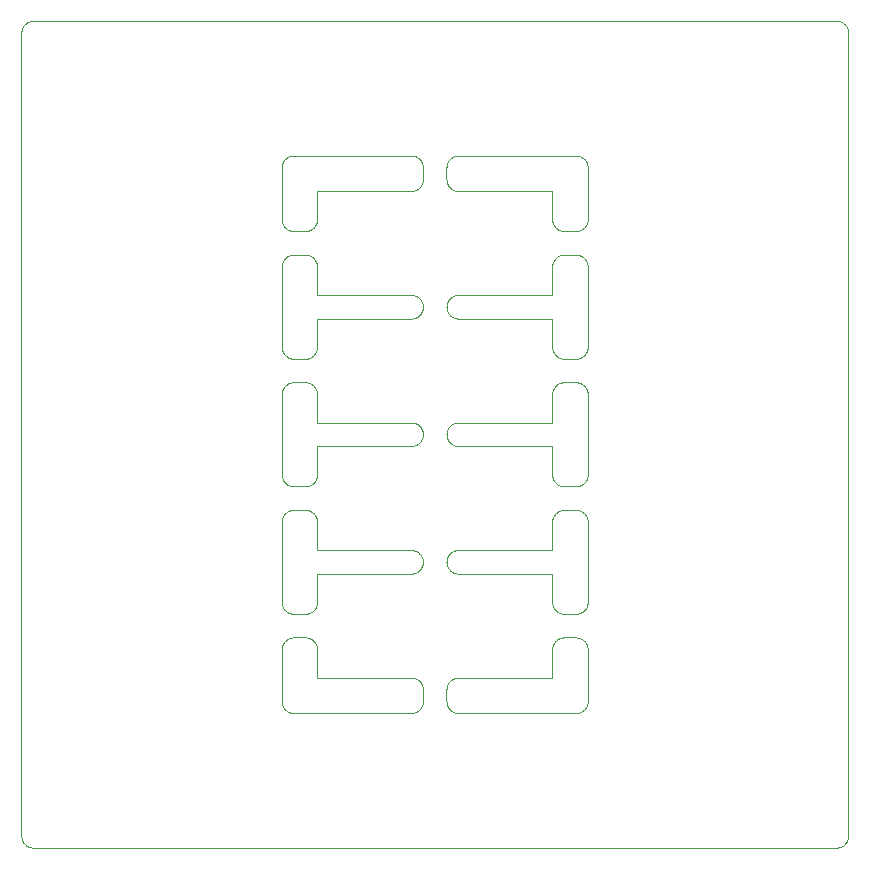
<source format=gm1>
G04 #@! TF.GenerationSoftware,KiCad,Pcbnew,9.0.0*
G04 #@! TF.CreationDate,2025-02-23T12:35:44-05:00*
G04 #@! TF.ProjectId,rp2350-decoder,72703233-3530-42d6-9465-636f6465722e,v0.0.2*
G04 #@! TF.SameCoordinates,Original*
G04 #@! TF.FileFunction,Profile,NP*
%FSLAX46Y46*%
G04 Gerber Fmt 4.6, Leading zero omitted, Abs format (unit mm)*
G04 Created by KiCad (PCBNEW 9.0.0) date 2025-02-23 12:35:44*
%MOMM*%
%LPD*%
G01*
G04 APERTURE LIST*
G04 #@! TA.AperFunction,Profile*
%ADD10C,0.100000*%
G04 #@! TD*
G04 APERTURE END LIST*
D10*
X45208790Y-49871887D02*
X45176762Y-49834758D01*
X25020060Y-52956262D02*
X25030804Y-53004104D01*
X36328112Y-55858790D02*
X36365241Y-55826762D01*
X22621872Y-41495914D02*
X22666699Y-41476044D01*
X36709005Y-23243016D02*
X36756262Y-23229939D01*
X22050000Y-27600987D02*
X22050000Y-20799012D01*
X36756262Y-44829939D02*
X36804104Y-44819195D01*
X25048796Y-49250018D02*
X25045189Y-49298919D01*
X33989187Y-57747583D02*
X33980804Y-57795895D01*
X22453896Y-28403404D02*
X22415241Y-28373237D01*
X22167960Y-11928074D02*
X22192129Y-11885411D01*
X69715331Y-301968D02*
X69706910Y-293123D01*
X22167960Y-28071925D02*
X22145914Y-28028127D01*
X25020060Y-20556262D02*
X25030804Y-20604104D01*
X22453896Y-30796595D02*
X22493985Y-30768362D01*
X36076044Y-56216699D02*
X36095914Y-56171872D01*
X36117960Y-46271925D02*
X36095914Y-46228127D01*
X36000000Y-35000987D02*
X36000000Y-34999012D01*
X33634758Y-45026762D02*
X33671887Y-45058790D01*
X33882039Y-56128074D02*
X33904085Y-56171872D01*
X24791209Y-52528112D02*
X24823237Y-52565241D01*
X22218362Y-52643985D02*
X22246595Y-52603896D01*
X44951203Y-31549981D02*
X44954810Y-31501080D01*
X47945189Y-20701080D02*
X47948796Y-20749981D01*
X22050000Y-53199012D02*
X22051203Y-53149981D01*
X47000018Y-17798796D02*
X46950987Y-17800000D01*
X36168362Y-56043985D02*
X36196595Y-56003896D01*
X24433300Y-41476044D02*
X24478127Y-41495914D01*
X365817Y-69772792D02*
X375444Y-69780306D01*
X45435411Y-52342129D02*
X45478074Y-52317960D01*
X45949012Y-52200000D02*
X46950987Y-52200000D01*
X33514588Y-44942129D02*
X33556014Y-44968362D01*
X45026044Y-17183300D02*
X45008397Y-17137552D01*
X22126044Y-49583300D02*
X22108397Y-49537552D01*
X36662447Y-35941602D02*
X36616699Y-35923955D01*
X5117Y-69098012D02*
X6612Y-69110132D01*
X24100018Y-19801203D02*
X24148919Y-19804810D01*
X22308790Y-41728112D02*
X22342600Y-41692600D01*
X36000000Y-24200987D02*
X36000000Y-24199012D01*
X47723237Y-39034758D02*
X47691209Y-39071887D01*
X47945189Y-12301080D02*
X47948796Y-12349981D01*
X33970060Y-45556262D02*
X33980804Y-45604104D01*
X44960812Y-38547583D02*
X44954810Y-38498919D01*
X47546103Y-17603404D02*
X47506014Y-17631637D01*
X24564588Y-19942129D02*
X24606014Y-19968362D01*
X24340994Y-50156983D02*
X24293737Y-50170060D01*
X47906983Y-42109005D02*
X47920060Y-42156262D01*
X36095914Y-24628127D02*
X36076044Y-24583300D01*
X45008397Y-52862447D02*
X45026044Y-52816699D01*
X33596103Y-23396595D02*
X33634758Y-23426762D01*
X33147583Y-14389187D02*
X33098919Y-14395189D01*
X22535411Y-19942129D02*
X22578074Y-19917960D01*
X45092129Y-17314588D02*
X45067960Y-17271925D01*
X33941602Y-24537552D02*
X33923955Y-24583300D01*
X36709005Y-34043016D02*
X36756262Y-34029939D01*
X22093016Y-12109005D02*
X22108397Y-12062447D01*
X36485411Y-35857870D02*
X36443985Y-35831637D01*
X24521925Y-17682039D02*
X24478127Y-17704085D01*
X22453896Y-17603404D02*
X22415241Y-17573237D01*
X33000987Y-44800000D02*
X33050018Y-44801203D01*
X33596103Y-34196595D02*
X33634758Y-34226762D01*
X47781637Y-20243985D02*
X47807870Y-20285411D01*
X33556014Y-55768362D02*
X33596103Y-55796595D01*
X36010812Y-57747583D02*
X36004810Y-57698919D01*
X36226762Y-14034758D02*
X36196595Y-13996103D01*
X36365241Y-11626762D02*
X36403896Y-11596595D01*
X33941602Y-45462447D02*
X33956983Y-45509005D01*
X36901080Y-35995189D02*
X36852416Y-35989187D01*
X45612447Y-28541602D02*
X45566699Y-28523955D01*
X24340994Y-41443016D02*
X24387552Y-41458397D01*
X36852416Y-34010812D02*
X36901080Y-34004810D01*
X36095914Y-34571872D02*
X36117960Y-34528074D01*
X47240994Y-52243016D02*
X47287552Y-52258397D01*
X33995189Y-57698919D02*
X33989187Y-57747583D01*
X45802416Y-30610812D02*
X45851080Y-30604810D01*
X47832039Y-41928074D02*
X47854085Y-41971872D01*
X45802416Y-28589187D02*
X45754104Y-28580804D01*
X22079939Y-12156262D02*
X22093016Y-12109005D01*
X24387552Y-19858397D02*
X24433300Y-19876044D01*
X45176762Y-49834758D02*
X45146595Y-49796103D01*
X36949981Y-55601203D02*
X36999012Y-55600000D01*
X24791209Y-41728112D02*
X24823237Y-41765241D01*
X44949729Y-33998754D02*
X44949999Y-33987752D01*
X36076044Y-57983300D02*
X36058397Y-57937552D01*
X47240994Y-17756983D02*
X47193737Y-17770060D01*
X45754104Y-28580804D02*
X45706262Y-28570060D01*
X22246595Y-20203896D02*
X22276762Y-20165241D01*
X36804104Y-25180804D02*
X36756262Y-25170060D01*
X22493985Y-41568362D02*
X22535411Y-41542129D01*
X22666699Y-52276044D02*
X22712447Y-52258397D01*
X47891602Y-31262447D02*
X47906983Y-31309005D01*
X33634758Y-55826762D02*
X33671887Y-55858790D01*
X33707399Y-35707399D02*
X33671887Y-35741209D01*
X22050000Y-12399012D02*
X22051203Y-12349981D01*
X25039187Y-20652416D02*
X25045189Y-20701080D01*
X36804104Y-23219195D02*
X36852416Y-23210812D01*
X47891602Y-52862447D02*
X47906983Y-52909005D01*
X33383300Y-58523955D02*
X33337552Y-58541602D01*
X47048919Y-28595189D02*
X47000018Y-28598796D01*
X36029939Y-56356262D02*
X36043016Y-56309005D01*
X33050018Y-46798796D02*
X33000987Y-46800000D01*
X22050000Y-42399012D02*
X22051203Y-42349981D01*
X22145914Y-38828127D02*
X22126044Y-38783300D01*
X69715348Y-69698013D02*
X69764768Y-69643486D01*
X24521925Y-19917960D02*
X24564588Y-19942129D01*
X69780321Y-69624535D02*
X69824158Y-69565427D01*
X33995189Y-45701080D02*
X33998796Y-45749981D01*
X22415241Y-41626762D02*
X22453896Y-41596595D01*
X24050987Y-41400000D02*
X24100018Y-41401203D01*
X45026044Y-49583300D02*
X45008397Y-49537552D01*
X36004810Y-24298919D02*
X36001203Y-24250018D01*
X33923955Y-56216699D02*
X33941602Y-56262447D01*
X33941602Y-23862447D02*
X33956983Y-23909005D01*
X22246595Y-58196103D02*
X22218362Y-58156014D01*
X33980804Y-56404104D02*
X33989187Y-56452416D01*
X33741209Y-23528112D02*
X33773237Y-23565241D01*
X40077Y-721619D02*
X22196Y-793005D01*
X22054810Y-27698919D02*
X22051203Y-27650018D01*
X33195895Y-25180804D02*
X33147583Y-25189187D01*
X36258790Y-34328112D02*
X36292600Y-34292600D01*
X33337552Y-14341602D02*
X33290994Y-14356983D01*
X47930804Y-38595895D02*
X47920060Y-38643737D01*
X36258790Y-24871887D02*
X36226762Y-24834758D01*
X45659005Y-30643016D02*
X45706262Y-30629939D01*
X33634758Y-11626762D02*
X33671887Y-11658790D01*
X22759005Y-11443016D02*
X22806262Y-11429939D01*
X24991602Y-20462447D02*
X25006983Y-20509005D01*
X69923610Y-69382545D02*
X69928005Y-69371151D01*
X69959916Y-721596D02*
X69956658Y-709826D01*
X45949012Y-19800000D02*
X46950987Y-19800000D01*
X22079939Y-17043737D02*
X22069195Y-16995895D01*
X33998796Y-24149981D02*
X34000000Y-24199012D01*
X36117960Y-13871925D02*
X36095914Y-13828127D01*
X47891602Y-17137552D02*
X47873955Y-17183300D01*
X45278112Y-28341209D02*
X45242600Y-28307399D01*
X47421925Y-52317960D02*
X47464588Y-52342129D01*
X33050018Y-25198796D02*
X33000987Y-25200000D01*
X22378112Y-30858790D02*
X22415241Y-30826762D01*
X25050000Y-14412272D02*
X25050000Y-16800987D01*
X45353896Y-19996595D02*
X45393985Y-19968362D01*
X22051203Y-57650018D02*
X22050000Y-57600987D01*
X24606014Y-39231637D02*
X24564588Y-39257870D01*
X539675Y-112842D02*
X528767Y-118333D01*
X454956Y-69837778D02*
X518076Y-69875611D01*
X47920060Y-38643737D02*
X47906983Y-38690994D01*
X33671887Y-24941209D02*
X33634758Y-24973237D01*
X47939187Y-27747583D02*
X47930804Y-27795895D01*
X45706262Y-17770060D02*
X45659005Y-17756983D01*
X24954085Y-20371872D02*
X24973955Y-20416699D01*
X47807870Y-58114588D02*
X47781637Y-58156014D01*
X22145914Y-58028127D02*
X22126044Y-57983300D01*
X47723237Y-20165241D02*
X47753404Y-20203896D01*
X47546103Y-39203404D02*
X47506014Y-39231637D01*
X47000018Y-19801203D02*
X47048919Y-19804810D01*
X47097583Y-41410812D02*
X47145895Y-41419195D01*
X22453896Y-52396595D02*
X22493985Y-52368362D01*
X25050000Y-42399012D02*
X25050000Y-44787727D01*
X24521925Y-39282039D02*
X24478127Y-39304085D01*
X33989187Y-12252416D02*
X33995189Y-12301080D01*
X44979939Y-27843737D02*
X44969195Y-27795895D01*
X47691209Y-11728112D02*
X47723237Y-11765241D01*
X47621887Y-39141209D02*
X47584758Y-39173237D01*
X22493985Y-28431637D02*
X22453896Y-28403404D01*
X47421925Y-30717960D02*
X47464588Y-30742129D01*
X24954085Y-17228127D02*
X24932039Y-17271925D01*
X22415241Y-20026762D02*
X22453896Y-19996595D01*
X47333300Y-28523955D02*
X47287552Y-28541602D01*
X45899981Y-41401203D02*
X45949012Y-41400000D01*
X36616699Y-55676044D02*
X36662447Y-55658397D01*
X375444Y-219693D02*
X365817Y-227207D01*
X44954810Y-20701080D02*
X44960812Y-20652416D01*
X47657399Y-41692600D02*
X47691209Y-41728112D01*
X33998796Y-35050018D02*
X33995189Y-35098919D01*
X33998796Y-45850018D02*
X33995189Y-45898919D01*
X23049012Y-17800000D02*
X22999981Y-17798796D01*
X24564588Y-28457870D02*
X24521925Y-28482039D01*
X22054810Y-38498919D02*
X22051203Y-38450018D01*
X22308790Y-58271887D02*
X22276762Y-58234758D01*
X24433300Y-17723955D02*
X24387552Y-17741602D01*
X22079939Y-27843737D02*
X22069195Y-27795895D01*
X36000000Y-57600987D02*
X36000000Y-56599012D01*
X47194Y-69301839D02*
X71985Y-69371128D01*
X44937752Y-33999999D02*
X44948754Y-33999729D01*
X36901080Y-14395189D02*
X36852416Y-14389187D01*
X33707399Y-46507399D02*
X33671887Y-46541209D01*
X22712447Y-28541602D02*
X22666699Y-28523955D01*
X69831205Y-444576D02*
X69824173Y-434592D01*
X33707399Y-34292600D02*
X33741209Y-34328112D01*
X36662447Y-23258397D02*
X36709005Y-23243016D01*
X36029939Y-46043737D02*
X36019195Y-45995895D01*
X36804104Y-14380804D02*
X36756262Y-14370060D01*
X24478127Y-52295914D02*
X24521925Y-52317960D01*
X112842Y-69460324D02*
X118333Y-69471232D01*
X22145914Y-28028127D02*
X22126044Y-27983300D01*
X81357Y-606244D02*
X76408Y-617409D01*
X47906983Y-52909005D02*
X47920060Y-52956262D01*
X47723237Y-49834758D02*
X47691209Y-49871887D01*
X44937752Y-55599999D02*
X44948754Y-55599729D01*
X24932039Y-31128074D02*
X24954085Y-31171872D01*
X47584758Y-49973237D02*
X47546103Y-50003404D01*
X22712447Y-39341602D02*
X22666699Y-39323955D01*
X24954085Y-41971872D02*
X24973955Y-42016699D01*
X44993016Y-20509005D02*
X45008397Y-20462447D01*
X22999981Y-11401203D02*
X23049012Y-11400000D01*
X45754104Y-41419195D02*
X45802416Y-41410812D01*
X45315241Y-39173237D02*
X45278112Y-39141209D01*
X33989187Y-34852416D02*
X33995189Y-34901080D01*
X44948754Y-46800270D02*
X44937752Y-46800000D01*
X44950000Y-27600987D02*
X44950000Y-25212272D01*
X47691209Y-20128112D02*
X47723237Y-20165241D01*
X36001203Y-45850018D02*
X36000000Y-45800987D01*
X33243737Y-11429939D02*
X33290994Y-11443016D01*
X24823237Y-41765241D02*
X24853404Y-41803896D01*
X118333Y-528767D02*
X112842Y-539675D01*
X36485411Y-34142129D02*
X36528074Y-34117960D01*
X25062272Y-34000000D02*
X33000987Y-34000000D01*
X33671887Y-55858790D02*
X33707399Y-55892600D01*
X528767Y-69881666D02*
X539675Y-69887157D01*
X22951080Y-50195189D02*
X22902416Y-50189187D01*
X45802416Y-39389187D02*
X45754104Y-39380804D01*
X45118362Y-28156014D02*
X45092129Y-28114588D01*
X22535411Y-39257870D02*
X22493985Y-39231637D01*
X22276762Y-30965241D02*
X22308790Y-30928112D01*
X25050000Y-53199012D02*
X25050000Y-55587727D01*
X69881643Y-528723D02*
X69875624Y-518098D01*
X22759005Y-52243016D02*
X22806262Y-52229939D01*
X24050987Y-28600000D02*
X23049012Y-28600000D01*
X44993016Y-38690994D02*
X44979939Y-38643737D01*
X36292600Y-35707399D02*
X36258790Y-35671887D01*
X36403896Y-34196595D02*
X36443985Y-34168362D01*
X22079939Y-31356262D02*
X22093016Y-31309005D01*
X36365241Y-23426762D02*
X36403896Y-23396595D01*
X22069195Y-27795895D02*
X22060812Y-27747583D01*
X36403896Y-44996595D02*
X36443985Y-44968362D01*
X25050000Y-16800987D02*
X25048796Y-16850018D01*
X25050000Y-38400987D02*
X25048796Y-38450018D01*
X24684758Y-41626762D02*
X24721887Y-41658790D01*
X47906983Y-20509005D02*
X47920060Y-20556262D01*
X24387552Y-50141602D02*
X24340994Y-50156983D01*
X36058397Y-24537552D02*
X36043016Y-24490994D01*
X22108397Y-57937552D02*
X22093016Y-57890994D01*
X33980804Y-12204104D02*
X33989187Y-12252416D01*
X47506014Y-52368362D02*
X47546103Y-52396595D01*
X45176762Y-52565241D02*
X45208790Y-52528112D01*
X22951080Y-41404810D02*
X22999981Y-41401203D01*
X36616699Y-34076044D02*
X36662447Y-34058397D01*
X47657399Y-11692600D02*
X47691209Y-11728112D01*
X36365241Y-46573237D02*
X36328112Y-46541209D01*
X36019195Y-13595895D02*
X36010812Y-13547583D01*
X22854104Y-30619195D02*
X22902416Y-30610812D01*
X45208790Y-28271887D02*
X45176762Y-28234758D01*
X22191Y-793028D02*
X19515Y-804944D01*
X69278403Y-69959916D02*
X69290173Y-69956658D01*
X33803404Y-46396103D02*
X33773237Y-46434758D01*
X45851080Y-52204810D02*
X45899981Y-52201203D01*
X47193737Y-58570060D02*
X47145895Y-58580804D01*
X22051203Y-42349981D02*
X22054810Y-42301080D01*
X36528074Y-11517960D02*
X36571872Y-11495914D01*
X22308790Y-28271887D02*
X22276762Y-28234758D01*
X36443985Y-55768362D02*
X36485411Y-55742129D01*
X45802416Y-17789187D02*
X45754104Y-17780804D01*
X33634758Y-58373237D02*
X33596103Y-58403404D01*
X36043016Y-34709005D02*
X36058397Y-34662447D01*
X33000987Y-55600000D02*
X33050018Y-55601203D01*
X22951080Y-30604810D02*
X22999981Y-30601203D01*
X68987727Y0D02*
X1012272Y0D01*
X47464588Y-50057870D02*
X47421925Y-50082039D01*
X44969195Y-49395895D02*
X44960812Y-49347583D01*
X47506014Y-11568362D02*
X47546103Y-11596595D01*
X47657399Y-58307399D02*
X47621887Y-58341209D01*
X33195895Y-58580804D02*
X33147583Y-58589187D01*
X33941602Y-12062447D02*
X33956983Y-12109005D01*
X25006983Y-17090994D02*
X24991602Y-17137552D01*
X24646103Y-50003404D02*
X24606014Y-50031637D01*
X36709005Y-14356983D02*
X36662447Y-14341602D01*
X45026044Y-38783300D02*
X45008397Y-38737552D01*
X24340994Y-30643016D02*
X24387552Y-30658397D01*
X33290994Y-11443016D02*
X33337552Y-11458397D01*
X44951203Y-16850018D02*
X44950000Y-16800987D01*
X22712447Y-17741602D02*
X22666699Y-17723955D01*
X36709005Y-11443016D02*
X36756262Y-11429939D01*
X36292600Y-58307399D02*
X36258790Y-58271887D01*
X36528074Y-35882039D02*
X36485411Y-35857870D01*
X36949981Y-44801203D02*
X36999012Y-44800000D01*
X175826Y-434592D02*
X168794Y-444576D01*
X69555382Y-168767D02*
X69545064Y-162233D01*
X45435411Y-41542129D02*
X45478074Y-41517960D01*
X24245895Y-19819195D02*
X24293737Y-19829939D01*
X36443985Y-34168362D02*
X36485411Y-34142129D01*
X47854085Y-28028127D02*
X47832039Y-28071925D01*
X44951203Y-20749981D02*
X44954810Y-20701080D01*
X45026044Y-27983300D02*
X45008397Y-27937552D01*
X36365241Y-55826762D02*
X36403896Y-55796595D01*
X33098919Y-46795189D02*
X33050018Y-46798796D01*
X33383300Y-11476044D02*
X33428127Y-11495914D01*
X36196595Y-24796103D02*
X36168362Y-24756014D01*
X914240Y-69995786D02*
X987742Y-69999397D01*
X24564588Y-39257870D02*
X24521925Y-39282039D01*
X47464588Y-19942129D02*
X47506014Y-19968362D01*
X22054810Y-42301080D02*
X22060812Y-42252416D01*
X45851080Y-41404810D02*
X45899981Y-41401203D01*
X22854104Y-50180804D02*
X22806262Y-50170060D01*
X22999981Y-19801203D02*
X23049012Y-19800000D01*
X168767Y-444617D02*
X162233Y-454935D01*
X47097583Y-28589187D02*
X47048919Y-28595189D01*
X47333300Y-58523955D02*
X47287552Y-58541602D01*
X22069195Y-38595895D02*
X22060812Y-38547583D01*
X33857870Y-23685411D02*
X33882039Y-23728074D01*
X25006983Y-31309005D02*
X25020060Y-31356262D01*
X44969195Y-38595895D02*
X44960812Y-38547583D01*
X36000000Y-13400987D02*
X36000000Y-12399012D01*
X47753404Y-58196103D02*
X47723237Y-58234758D01*
X22578074Y-50082039D02*
X22535411Y-50057870D01*
X22415241Y-39173237D02*
X22378112Y-39141209D01*
X36258790Y-14071887D02*
X36226762Y-14034758D01*
X124388Y-69481923D02*
X162221Y-69545043D01*
X24340994Y-17756983D02*
X24293737Y-17770060D01*
X22759005Y-58556983D02*
X22712447Y-58541602D01*
X22126044Y-17183300D02*
X22108397Y-17137552D01*
X22712447Y-41458397D02*
X22759005Y-41443016D01*
X36485411Y-58457870D02*
X36443985Y-58431637D01*
X45659005Y-52243016D02*
X45706262Y-52229939D01*
X45566699Y-41476044D02*
X45612447Y-41458397D01*
X69824173Y-69565407D02*
X69831205Y-69555423D01*
X33337552Y-58541602D02*
X33290994Y-58556983D01*
X69764768Y-356513D02*
X69715348Y-301986D01*
X45045914Y-20371872D02*
X45067960Y-20328074D01*
X47193737Y-17770060D02*
X47145895Y-17780804D01*
X45899981Y-19801203D02*
X45949012Y-19800000D01*
X46950987Y-30600000D02*
X47000018Y-30601203D01*
X33337552Y-35941602D02*
X33290994Y-35956983D01*
X33596103Y-14203404D02*
X33556014Y-14231637D01*
X46950987Y-50200000D02*
X45949012Y-50200000D01*
X47948796Y-27650018D02*
X47945189Y-27698919D01*
X22069195Y-53004104D02*
X22079939Y-52956262D01*
X22415241Y-17573237D02*
X22378112Y-17541209D01*
X24521925Y-50082039D02*
X24478127Y-50104085D01*
X36949981Y-11401203D02*
X36999012Y-11400000D01*
X36949981Y-34001203D02*
X36999012Y-34000000D01*
X25006983Y-49490994D02*
X24991602Y-49537552D01*
X45008397Y-17137552D02*
X44993016Y-17090994D01*
X33147583Y-34010812D02*
X33195895Y-34019195D01*
X45045914Y-52771872D02*
X45067960Y-52728074D01*
X22902416Y-11410812D02*
X22951080Y-11404810D01*
X47145895Y-41419195D02*
X47193737Y-41429939D01*
X45067960Y-17271925D02*
X45045914Y-17228127D01*
X45045914Y-41971872D02*
X45067960Y-41928074D01*
X24148919Y-41404810D02*
X24197583Y-41410812D01*
X44979939Y-49443737D02*
X44969195Y-49395895D01*
X375464Y-69780321D02*
X434572Y-69824158D01*
X24646103Y-39203404D02*
X24606014Y-39231637D01*
X33773237Y-58234758D02*
X33741209Y-58271887D01*
X45146595Y-49796103D02*
X45118362Y-49756014D01*
X24387552Y-28541602D02*
X24340994Y-28556983D01*
X45802416Y-41410812D02*
X45851080Y-41404810D01*
X45118362Y-20243985D02*
X45146595Y-20203896D01*
X22276762Y-11765241D02*
X22308790Y-11728112D01*
X47950000Y-16800987D02*
X47948796Y-16850018D01*
X47781637Y-38956014D02*
X47753404Y-38996103D01*
X47621887Y-20058790D02*
X47657399Y-20092600D01*
X47333300Y-17723955D02*
X47287552Y-17741602D01*
X36756262Y-25170060D02*
X36709005Y-25156983D01*
X36616699Y-58523955D02*
X36571872Y-58504085D01*
X47873955Y-38783300D02*
X47854085Y-38828127D01*
X45612447Y-30658397D02*
X45659005Y-30643016D01*
X69278380Y-40077D02*
X69206994Y-22196D01*
X22415241Y-52426762D02*
X22453896Y-52396595D01*
X628871Y-69928014D02*
X698160Y-69952805D01*
X33383300Y-55676044D02*
X33428127Y-55695914D01*
X47948796Y-20749981D02*
X47950000Y-20799012D01*
X617409Y-76408D02*
X606244Y-81357D01*
X36616699Y-23276044D02*
X36662447Y-23258397D01*
X33514588Y-23342129D02*
X33556014Y-23368362D01*
X22712447Y-11458397D02*
X22759005Y-11443016D01*
X36804104Y-46780804D02*
X36756262Y-46770060D01*
X36010812Y-45947583D02*
X36004810Y-45898919D01*
X47691209Y-30928112D02*
X47723237Y-30965241D01*
X45067960Y-31128074D02*
X45092129Y-31085411D01*
X22578074Y-11517960D02*
X22621872Y-11495914D01*
X44937727Y-14400000D02*
X36999012Y-14400000D01*
X24721887Y-52458790D02*
X24757399Y-52492600D01*
X69993383Y-889843D02*
X69982586Y-817049D01*
X33831637Y-13956014D02*
X33803404Y-13996103D01*
X24991602Y-38737552D02*
X24973955Y-38783300D01*
X24245895Y-30619195D02*
X24293737Y-30629939D01*
X24387552Y-30658397D02*
X24433300Y-30676044D01*
X36001203Y-56549981D02*
X36004810Y-56501080D01*
X24881637Y-41843985D02*
X24907870Y-41885411D01*
X45435411Y-39257870D02*
X45393985Y-39231637D01*
X36804104Y-44819195D02*
X36852416Y-44810812D01*
X45566699Y-52276044D02*
X45612447Y-52258397D01*
X36709005Y-46756983D02*
X36662447Y-46741602D01*
X47873955Y-42016699D02*
X47891602Y-42062447D01*
X45393985Y-50031637D02*
X45353896Y-50003404D01*
X36029939Y-34756262D02*
X36043016Y-34709005D01*
X47464588Y-58457870D02*
X47421925Y-58482039D01*
X36076044Y-34616699D02*
X36095914Y-34571872D01*
X33383300Y-23276044D02*
X33428127Y-23295914D01*
X23049012Y-28600000D02*
X22999981Y-28598796D01*
X22246595Y-11803896D02*
X22276762Y-11765241D01*
X36403896Y-58403404D02*
X36365241Y-58373237D01*
X47240994Y-39356983D02*
X47193737Y-39370060D01*
X47506014Y-41568362D02*
X47546103Y-41596595D01*
X22192129Y-11885411D02*
X22218362Y-11843985D01*
X76389Y-617454D02*
X71994Y-628848D01*
X22060812Y-42252416D02*
X22069195Y-42204104D01*
X69999398Y-69012233D02*
X69999999Y-68987752D01*
X22079939Y-52956262D02*
X22093016Y-52909005D01*
X22951080Y-17795189D02*
X22902416Y-17789187D01*
X47193737Y-19829939D02*
X47240994Y-19843016D01*
X25020060Y-42156262D02*
X25030804Y-42204104D01*
X33970060Y-34756262D02*
X33980804Y-34804104D01*
X47854085Y-41971872D02*
X47873955Y-42016699D01*
X69634220Y-69772761D02*
X69643468Y-69764785D01*
X36258790Y-23528112D02*
X36292600Y-23492600D01*
X44950000Y-49200987D02*
X44950000Y-46812272D01*
X36168362Y-11843985D02*
X36196595Y-11803896D01*
X69959922Y-69278380D02*
X69977803Y-69206994D01*
X47920060Y-42156262D02*
X47930804Y-42204104D01*
X22621872Y-11495914D02*
X22666699Y-11476044D01*
X219693Y-69624555D02*
X227207Y-69634182D01*
X69012257Y-69999397D02*
X69085759Y-69995786D01*
X36226762Y-34365241D02*
X36258790Y-34328112D01*
X22308790Y-30928112D02*
X22342600Y-30892600D01*
X24293737Y-30629939D02*
X24340994Y-30643016D01*
X47506014Y-39231637D02*
X47464588Y-39257870D01*
X24646103Y-28403404D02*
X24606014Y-28431637D01*
X24564588Y-41542129D02*
X24606014Y-41568362D01*
X45026044Y-31216699D02*
X45045914Y-31171872D01*
X22535411Y-50057870D02*
X22493985Y-50031637D01*
X47939187Y-16947583D02*
X47930804Y-16995895D01*
X36662447Y-14341602D02*
X36616699Y-14323955D01*
X22192129Y-38914588D02*
X22167960Y-38871925D01*
X36999012Y-58600000D02*
X36949981Y-58598796D01*
X45612447Y-17741602D02*
X45566699Y-17723955D01*
X45067960Y-52728074D02*
X45092129Y-52685411D01*
X71994Y-69371151D02*
X76389Y-69382545D01*
X36328112Y-34258790D02*
X36365241Y-34226762D01*
X22218362Y-38956014D02*
X22192129Y-38914588D01*
X22093016Y-20509005D02*
X22108397Y-20462447D01*
X36804104Y-55619195D02*
X36852416Y-55610812D01*
X36117960Y-34528074D02*
X36142129Y-34485411D01*
X69471232Y-118333D02*
X69460324Y-112842D01*
X33882039Y-24671925D02*
X33857870Y-24714588D01*
X36226762Y-55965241D02*
X36258790Y-55928112D01*
X22493985Y-52368362D02*
X22535411Y-52342129D01*
X36258790Y-58271887D02*
X36226762Y-58234758D01*
X293123Y-69706910D02*
X301968Y-69715331D01*
X24148919Y-50195189D02*
X24100018Y-50198796D01*
X33707399Y-58307399D02*
X33671887Y-58341209D01*
X33741209Y-34328112D02*
X33773237Y-34365241D01*
X25030804Y-53004104D02*
X25039187Y-53052416D01*
X47621887Y-11658790D02*
X47657399Y-11692600D01*
X25051245Y-44799729D02*
X25062247Y-44799999D01*
X33337552Y-34058397D02*
X33383300Y-34076044D01*
X44950000Y-23187727D02*
X44950000Y-20799012D01*
X25045189Y-49298919D02*
X25039187Y-49347583D01*
X36076044Y-45416699D02*
X36095914Y-45371872D01*
X36528074Y-46682039D02*
X36485411Y-46657870D01*
X22050000Y-38400987D02*
X22050000Y-31599012D01*
X22666699Y-41476044D02*
X22712447Y-41458397D01*
X22126044Y-20416699D02*
X22145914Y-20371872D01*
X33882039Y-45328074D02*
X33904085Y-45371872D01*
X22759005Y-39356983D02*
X22712447Y-39341602D01*
X33741209Y-35671887D02*
X33707399Y-35707399D01*
X6616Y-69110156D02*
X17413Y-69182950D01*
X71985Y-628871D02*
X47194Y-698160D01*
X33290994Y-25156983D02*
X33243737Y-25170060D01*
X36292600Y-55892600D02*
X36328112Y-55858790D01*
X33671887Y-58341209D02*
X33634758Y-58373237D01*
X33671887Y-46541209D02*
X33634758Y-46573237D01*
X793005Y-22196D02*
X721619Y-40077D01*
X24606014Y-28431637D02*
X24564588Y-28457870D01*
X69382545Y-76389D02*
X69371151Y-71994D01*
X22246595Y-38996103D02*
X22218362Y-38956014D01*
X69956644Y-709779D02*
X69952813Y-698183D01*
X22999981Y-58598796D02*
X22951080Y-58595189D01*
X24881637Y-28156014D02*
X24853404Y-28196103D01*
X804992Y-69980494D02*
X817025Y-69982582D01*
X47723237Y-58234758D02*
X47691209Y-58271887D01*
X24973955Y-52816699D02*
X24991602Y-52862447D01*
X33941602Y-46137552D02*
X33923955Y-46183300D01*
X47506014Y-17631637D02*
X47464588Y-17657870D01*
X45208790Y-30928112D02*
X45242600Y-30892600D01*
X69195007Y-19505D02*
X69182974Y-17417D01*
X22192129Y-58114588D02*
X22167960Y-58071925D01*
X36004810Y-57698919D02*
X36001203Y-57650018D01*
X46950987Y-39400000D02*
X45949012Y-39400000D01*
X33556014Y-44968362D02*
X33596103Y-44996595D01*
X69831232Y-69555382D02*
X69837766Y-69545064D01*
X33941602Y-13737552D02*
X33923955Y-13783300D01*
X47753404Y-49796103D02*
X47723237Y-49834758D01*
X22578074Y-30717960D02*
X22621872Y-30695914D01*
X36852416Y-58589187D02*
X36804104Y-58580804D01*
X118356Y-69471276D02*
X124375Y-69481901D01*
X47930804Y-49395895D02*
X47920060Y-49443737D01*
X36485411Y-46657870D02*
X36443985Y-46631637D01*
X25050270Y-36001245D02*
X25050000Y-36012247D01*
X22578074Y-19917960D02*
X22621872Y-19895914D01*
X25050000Y-44787752D02*
X25050270Y-44798754D01*
X47950000Y-49200987D02*
X47948796Y-49250018D01*
X36142129Y-56085411D02*
X36168362Y-56043985D01*
X47891602Y-57937552D02*
X47873955Y-57983300D01*
X22060812Y-27747583D02*
X22054810Y-27698919D01*
X47950000Y-20799012D02*
X47950000Y-27600987D01*
X22902416Y-58589187D02*
X22854104Y-58580804D01*
X69182950Y-17413D02*
X69110156Y-6616D01*
X36142129Y-23685411D02*
X36168362Y-23643985D01*
X22342600Y-49907399D02*
X22308790Y-49871887D01*
X47657399Y-17507399D02*
X47621887Y-17541209D01*
X33980804Y-34804104D02*
X33989187Y-34852416D01*
X45008397Y-38737552D02*
X44993016Y-38690994D01*
X33596103Y-35803404D02*
X33556014Y-35831637D01*
X22854104Y-17780804D02*
X22806262Y-17770060D01*
X33243737Y-25170060D02*
X33195895Y-25180804D01*
X284668Y-69698031D02*
X293089Y-69706876D01*
X47691209Y-41728112D02*
X47723237Y-41765241D01*
X45146595Y-31003896D02*
X45176762Y-30965241D01*
X22069195Y-42204104D02*
X22079939Y-42156262D01*
X22378112Y-20058790D02*
X22415241Y-20026762D01*
X69956658Y-69290173D02*
X69959916Y-69278403D01*
X47584758Y-30826762D02*
X47621887Y-30858790D01*
X47781637Y-49756014D02*
X47753404Y-49796103D01*
X22535411Y-30742129D02*
X22578074Y-30717960D01*
X36043016Y-35290994D02*
X36029939Y-35243737D01*
X45353896Y-50003404D02*
X45315241Y-49973237D01*
X33970060Y-24443737D02*
X33956983Y-24490994D01*
X44948754Y-14400270D02*
X44937752Y-14400000D01*
X36443985Y-25031637D02*
X36403896Y-25003404D01*
X24646103Y-19996595D02*
X24684758Y-20026762D01*
X23049012Y-30600000D02*
X24050987Y-30600000D01*
X24197583Y-52210812D02*
X24245895Y-52219195D01*
X33243737Y-44829939D02*
X33290994Y-44843016D01*
X33000987Y-11400000D02*
X33050018Y-11401203D01*
X47240994Y-28556983D02*
X47193737Y-28570060D01*
X33000987Y-46800000D02*
X25062272Y-46800000D01*
X69824158Y-434572D02*
X69780321Y-375464D01*
X45659005Y-39356983D02*
X45612447Y-39341602D01*
X69085783Y-69995785D02*
X69097963Y-69994887D01*
X36365241Y-35773237D02*
X36328112Y-35741209D01*
X33428127Y-25104085D02*
X33383300Y-25123955D01*
X47723237Y-52565241D02*
X47753404Y-52603896D01*
X22069195Y-57795895D02*
X22060812Y-57747583D01*
X47287552Y-41458397D02*
X47333300Y-41476044D01*
X25062272Y-55600000D02*
X33000987Y-55600000D01*
X24245895Y-39380804D02*
X24197583Y-39389187D01*
X24881637Y-52643985D02*
X24907870Y-52685411D01*
X47333300Y-11476044D02*
X47378127Y-11495914D01*
X47854085Y-49628127D02*
X47832039Y-49671925D01*
X45478074Y-19917960D02*
X45521872Y-19895914D01*
X24245895Y-28580804D02*
X24197583Y-28589187D01*
X44954810Y-42301080D02*
X44960812Y-42252416D01*
X22712447Y-58541602D02*
X22666699Y-58523955D01*
X36076044Y-23816699D02*
X36095914Y-23771872D01*
X22218362Y-28156014D02*
X22192129Y-28114588D01*
X33556014Y-34168362D02*
X33596103Y-34196595D01*
X33634758Y-14173237D02*
X33596103Y-14203404D01*
X45315241Y-30826762D02*
X45353896Y-30796595D01*
X25030804Y-49395895D02*
X25020060Y-49443737D01*
X23049012Y-58600000D02*
X22999981Y-58598796D01*
X36010812Y-24052416D02*
X36019195Y-24004104D01*
X36999012Y-44800000D02*
X44937727Y-44800000D01*
X45393985Y-52368362D02*
X45435411Y-52342129D01*
X33857870Y-34485411D02*
X33882039Y-34528074D01*
X45949012Y-28600000D02*
X45899981Y-28598796D01*
X25050000Y-55587752D02*
X25050270Y-55598754D01*
X33195895Y-34019195D02*
X33243737Y-34029939D01*
X25020060Y-17043737D02*
X25006983Y-17090994D01*
X33831637Y-23643985D02*
X33857870Y-23685411D01*
X45706262Y-19829939D02*
X45754104Y-19819195D01*
X45008397Y-42062447D02*
X45026044Y-42016699D01*
X617454Y-69923610D02*
X628848Y-69928005D01*
X36010812Y-56452416D02*
X36019195Y-56404104D01*
X33980804Y-24395895D02*
X33970060Y-24443737D01*
X22218362Y-20243985D02*
X22246595Y-20203896D01*
X45278112Y-17541209D02*
X45242600Y-17507399D01*
X47753404Y-41803896D02*
X47781637Y-41843985D01*
X33989187Y-24052416D02*
X33995189Y-24101080D01*
X22999981Y-50198796D02*
X22951080Y-50195189D01*
X33904085Y-46228127D02*
X33882039Y-46271925D01*
X44954810Y-16898919D02*
X44951203Y-16850018D01*
X33803404Y-58196103D02*
X33773237Y-58234758D01*
X23049012Y-52200000D02*
X24050987Y-52200000D01*
X601Y-987766D02*
X0Y-1012247D01*
X69382590Y-69923591D02*
X69393755Y-69918642D01*
X69772761Y-365779D02*
X69764785Y-356531D01*
X36443985Y-46631637D02*
X36403896Y-46603404D01*
X36571872Y-44895914D02*
X36616699Y-44876044D01*
X25030804Y-38595895D02*
X25020060Y-38643737D01*
X47945189Y-57698919D02*
X47939187Y-57747583D01*
X22806262Y-41429939D02*
X22854104Y-41419195D01*
X47891602Y-49537552D02*
X47873955Y-49583300D01*
X25050000Y-25212272D02*
X25050000Y-27600987D01*
X69460302Y-112831D02*
X69393777Y-81367D01*
X33050018Y-11401203D02*
X33098919Y-11404810D01*
X902036Y-69994887D02*
X914216Y-69995785D01*
X33882039Y-58071925D02*
X33857870Y-58114588D01*
X25039187Y-42252416D02*
X25045189Y-42301080D01*
X36095914Y-45371872D02*
X36117960Y-45328074D01*
X33337552Y-55658397D02*
X33383300Y-55676044D01*
X47753404Y-31003896D02*
X47781637Y-31043985D01*
X36000000Y-56599012D02*
X36001203Y-56549981D01*
X45851080Y-39395189D02*
X45802416Y-39389187D01*
X33923955Y-23816699D02*
X33941602Y-23862447D01*
X47939187Y-57747583D02*
X47930804Y-57795895D01*
X24757399Y-28307399D02*
X24721887Y-28341209D01*
X47807870Y-17314588D02*
X47781637Y-17356014D01*
X793028Y-69977808D02*
X804944Y-69980484D01*
X33857870Y-56085411D02*
X33882039Y-56128074D01*
X44993016Y-31309005D02*
X45008397Y-31262447D01*
X45802416Y-19810812D02*
X45851080Y-19804810D01*
X36403896Y-55796595D02*
X36443985Y-55768362D01*
X33741209Y-55928112D02*
X33773237Y-55965241D01*
X22308790Y-39071887D02*
X22276762Y-39034758D01*
X45851080Y-30604810D02*
X45899981Y-30601203D01*
X112831Y-539697D02*
X81367Y-606222D01*
X528723Y-118356D02*
X518098Y-124375D01*
X36999012Y-23200000D02*
X44937727Y-23200000D01*
X36258790Y-11728112D02*
X36292600Y-11692600D01*
X22060812Y-20652416D02*
X22069195Y-20604104D01*
X36029939Y-35243737D02*
X36019195Y-35195895D01*
X36709005Y-44843016D02*
X36756262Y-44829939D01*
X24853404Y-49796103D02*
X24823237Y-49834758D01*
X47546103Y-58403404D02*
X47506014Y-58431637D01*
X24148919Y-19804810D02*
X24197583Y-19810812D01*
X22902416Y-28589187D02*
X22854104Y-28580804D01*
X24791209Y-28271887D02*
X24757399Y-28307399D01*
X47945189Y-42301080D02*
X47948796Y-42349981D01*
X45521872Y-52295914D02*
X45566699Y-52276044D01*
X33923955Y-13783300D02*
X33904085Y-13828127D01*
X45278112Y-41658790D02*
X45315241Y-41626762D01*
X36058397Y-34662447D02*
X36076044Y-34616699D01*
X24757399Y-20092600D02*
X24791209Y-20128112D01*
X24991602Y-31262447D02*
X25006983Y-31309005D01*
X36328112Y-11658790D02*
X36365241Y-11626762D01*
X44960812Y-16947583D02*
X44954810Y-16898919D01*
X33923955Y-45416699D02*
X33941602Y-45462447D01*
X47378127Y-50104085D02*
X47333300Y-50123955D01*
X33923955Y-24583300D02*
X33904085Y-24628127D01*
X33998796Y-13450018D02*
X33995189Y-13498919D01*
X24100018Y-52201203D02*
X24148919Y-52204810D01*
X47000018Y-39398796D02*
X46950987Y-39400000D01*
X69634182Y-227207D02*
X69624555Y-219693D01*
X45092129Y-49714588D02*
X45067960Y-49671925D01*
X22666699Y-28523955D02*
X22621872Y-28504085D01*
X47546103Y-41596595D02*
X47584758Y-41626762D01*
X33707399Y-14107399D02*
X33671887Y-14141209D01*
X45478074Y-39282039D02*
X45435411Y-39257870D01*
X33050018Y-34001203D02*
X33098919Y-34004810D01*
X22342600Y-39107399D02*
X22308790Y-39071887D01*
X33195895Y-14380804D02*
X33147583Y-14389187D01*
X36528074Y-25082039D02*
X36485411Y-25057870D01*
X45899981Y-17798796D02*
X45851080Y-17795189D01*
X24791209Y-20128112D02*
X24823237Y-20165241D01*
X47753404Y-38996103D02*
X47723237Y-39034758D01*
X22069195Y-20604104D02*
X22079939Y-20556262D01*
X33857870Y-58114588D02*
X33831637Y-58156014D01*
X24564588Y-30742129D02*
X24606014Y-30768362D01*
X24853404Y-17396103D02*
X24823237Y-17434758D01*
X44937752Y-23199999D02*
X44948754Y-23199729D01*
X36142129Y-46314588D02*
X36117960Y-46271925D01*
X47930804Y-16995895D02*
X47920060Y-17043737D01*
X47854085Y-20371872D02*
X47873955Y-20416699D01*
X47691209Y-17471887D02*
X47657399Y-17507399D01*
X721619Y-69959922D02*
X793005Y-69977803D01*
X25050000Y-36012272D02*
X25050000Y-38400987D01*
X24721887Y-39141209D02*
X24684758Y-39173237D01*
X24684758Y-49973237D02*
X24646103Y-50003404D01*
X36756262Y-46770060D02*
X36709005Y-46756983D01*
X44979939Y-52956262D02*
X44993016Y-52909005D01*
X47832039Y-52728074D02*
X47854085Y-52771872D01*
X36949981Y-14398796D02*
X36901080Y-14395189D01*
X69928005Y-628848D02*
X69923610Y-617454D01*
X45659005Y-28556983D02*
X45612447Y-28541602D01*
X36058397Y-23862447D02*
X36076044Y-23816699D01*
X22108397Y-27937552D02*
X22093016Y-27890994D01*
X47753404Y-28196103D02*
X47723237Y-28234758D01*
X47723237Y-30965241D02*
X47753404Y-31003896D01*
X33098919Y-55604810D02*
X33147583Y-55610812D01*
X889843Y-6616D02*
X817049Y-17413D01*
X45393985Y-28431637D02*
X45353896Y-28403404D01*
X24245895Y-17780804D02*
X24197583Y-17789187D01*
X33904085Y-11971872D02*
X33923955Y-12016699D01*
X301986Y-69715348D02*
X356513Y-69764768D01*
X22759005Y-30643016D02*
X22806262Y-30629939D01*
X36571872Y-25104085D02*
X36528074Y-25082039D01*
X45478074Y-28482039D02*
X45435411Y-28457870D01*
X22093016Y-42109005D02*
X22108397Y-42062447D01*
X33995189Y-34901080D02*
X33998796Y-34949981D01*
X44949999Y-36012247D02*
X44949729Y-36001245D01*
X36709005Y-25156983D02*
X36662447Y-25141602D01*
X22712447Y-50141602D02*
X22666699Y-50123955D01*
X47584758Y-17573237D02*
X47546103Y-17603404D01*
X47950000Y-53199012D02*
X47950000Y-57600987D01*
X36058397Y-57937552D02*
X36043016Y-57890994D01*
X25050000Y-31599012D02*
X25050000Y-33987727D01*
X33904085Y-56171872D02*
X33923955Y-56216699D01*
X25050000Y-46812272D02*
X25050000Y-49200987D01*
X45754104Y-17780804D02*
X45706262Y-17770060D01*
X33471925Y-34117960D02*
X33514588Y-34142129D01*
X36226762Y-23565241D02*
X36258790Y-23528112D01*
X47948796Y-53149981D02*
X47950000Y-53199012D01*
X987766Y-69999398D02*
X1012247Y-69999999D01*
X33596103Y-46603404D02*
X33556014Y-46631637D01*
X69545043Y-162221D02*
X69481923Y-124388D01*
X24991602Y-17137552D02*
X24973955Y-17183300D01*
X36117960Y-24671925D02*
X36095914Y-24628127D01*
X47378127Y-19895914D02*
X47421925Y-19917960D01*
X33998796Y-56549981D02*
X34000000Y-56599012D01*
X24932039Y-38871925D02*
X24907870Y-38914588D01*
X25006983Y-38690994D02*
X24991602Y-38737552D01*
X47930804Y-12204104D02*
X47939187Y-12252416D01*
X36999012Y-14400000D02*
X36949981Y-14398796D01*
X36616699Y-46723955D02*
X36571872Y-46704085D01*
X47950000Y-31599012D02*
X47950000Y-38400987D01*
X33904085Y-34571872D02*
X33923955Y-34616699D01*
X36571872Y-11495914D02*
X36616699Y-11476044D01*
X69837766Y-454935D02*
X69831232Y-444617D01*
X33514588Y-55742129D02*
X33556014Y-55768362D01*
X47287552Y-50141602D02*
X47240994Y-50156983D01*
X47378127Y-28504085D02*
X47333300Y-28523955D01*
X44960812Y-31452416D02*
X44969195Y-31404104D01*
X33923955Y-35383300D02*
X33904085Y-35428127D01*
X47421925Y-19917960D02*
X47464588Y-19942129D01*
X47584758Y-20026762D02*
X47621887Y-20058790D01*
X36999012Y-11400000D02*
X46950987Y-11400000D01*
X36004810Y-24101080D02*
X36010812Y-24052416D01*
X24148919Y-52204810D02*
X24197583Y-52210812D01*
X44951203Y-27650018D02*
X44950000Y-27600987D01*
X44954810Y-27698919D02*
X44951203Y-27650018D01*
X33707399Y-45092600D02*
X33741209Y-45128112D01*
X22902416Y-30610812D02*
X22951080Y-30604810D01*
X69460324Y-69887157D02*
X69471232Y-69881666D01*
X33471925Y-25082039D02*
X33428127Y-25104085D01*
X162233Y-69545064D02*
X168767Y-69555382D01*
X25006983Y-52909005D02*
X25020060Y-52956262D01*
X22167960Y-58071925D02*
X22145914Y-58028127D01*
X22246595Y-17396103D02*
X22218362Y-17356014D01*
X33634758Y-46573237D02*
X33596103Y-46603404D01*
X24521925Y-41517960D02*
X24564588Y-41542129D01*
X36756262Y-34029939D02*
X36804104Y-34019195D01*
X47421925Y-39282039D02*
X47378127Y-39304085D01*
X34000000Y-34999012D02*
X34000000Y-35000987D01*
X69481923Y-69875611D02*
X69545043Y-69837778D01*
X804944Y-19515D02*
X793028Y-22191D01*
X434592Y-69824173D02*
X444576Y-69831205D01*
X44937727Y-46800000D02*
X36999012Y-46800000D01*
X22167960Y-41928074D02*
X22192129Y-41885411D01*
X22145914Y-17228127D02*
X22126044Y-17183300D01*
X33098919Y-11404810D02*
X33147583Y-11410812D01*
X36443985Y-44968362D02*
X36485411Y-44942129D01*
X47621887Y-41658790D02*
X47657399Y-41692600D01*
X36010812Y-24347583D02*
X36004810Y-24298919D01*
X36142129Y-45285411D02*
X36168362Y-45243985D01*
X36196595Y-34403896D02*
X36226762Y-34365241D01*
X44969195Y-27795895D02*
X44960812Y-27747583D01*
X22999981Y-52201203D02*
X23049012Y-52200000D01*
X22051203Y-27650018D02*
X22050000Y-27600987D01*
X36043016Y-24490994D02*
X36029939Y-24443737D01*
X33995189Y-24298919D02*
X33989187Y-24347583D01*
X33050018Y-58598796D02*
X33000987Y-58600000D01*
X162221Y-454956D02*
X124388Y-518076D01*
X36616699Y-35923955D02*
X36571872Y-35904085D01*
X33428127Y-55695914D02*
X33471925Y-55717960D01*
X69881666Y-69471232D02*
X69887157Y-69460324D01*
X24245895Y-41419195D02*
X24293737Y-41429939D01*
X47546103Y-28403404D02*
X47506014Y-28431637D01*
X33995189Y-12301080D02*
X33998796Y-12349981D01*
X47873955Y-12016699D02*
X47891602Y-12062447D01*
X44948754Y-25200270D02*
X44937752Y-25200000D01*
X24606014Y-19968362D02*
X24646103Y-19996595D01*
X45242600Y-41692600D02*
X45278112Y-41658790D01*
X69565407Y-175826D02*
X69555423Y-168794D01*
X36196595Y-56003896D02*
X36226762Y-55965241D01*
X47753404Y-20203896D02*
X47781637Y-20243985D01*
X24050987Y-19800000D02*
X24100018Y-19801203D01*
X36999012Y-36000000D02*
X36949981Y-35998796D01*
X47930804Y-31404104D02*
X47939187Y-31452416D01*
X36226762Y-11765241D02*
X36258790Y-11728112D01*
X33514588Y-35857870D02*
X33471925Y-35882039D01*
X22535411Y-11542129D02*
X22578074Y-11517960D01*
X47048919Y-58595189D02*
X47000018Y-58598796D01*
X44950000Y-38400987D02*
X44950000Y-36012272D01*
X24823237Y-20165241D02*
X24853404Y-20203896D01*
X36662447Y-44858397D02*
X36709005Y-44843016D01*
X24293737Y-41429939D02*
X24340994Y-41443016D01*
X47584758Y-58373237D02*
X47546103Y-58403404D01*
X45118362Y-49756014D02*
X45092129Y-49714588D01*
X47950000Y-42399012D02*
X47950000Y-49200987D01*
X25062247Y-36000000D02*
X25051245Y-36000270D01*
X69698031Y-69715331D02*
X69706876Y-69706910D01*
X33773237Y-35634758D02*
X33741209Y-35671887D01*
X33980804Y-13595895D02*
X33970060Y-13643737D01*
X22276762Y-39034758D02*
X22246595Y-38996103D01*
X34000000Y-45799012D02*
X34000000Y-45800987D01*
X33671887Y-23458790D02*
X33707399Y-23492600D01*
X23049012Y-39400000D02*
X22999981Y-39398796D01*
X36001203Y-13450018D02*
X36000000Y-13400987D01*
X36528074Y-34117960D02*
X36571872Y-34095914D01*
X33556014Y-46631637D02*
X33514588Y-46657870D01*
X47945189Y-49298919D02*
X47939187Y-49347583D01*
X36616699Y-14323955D02*
X36571872Y-14304085D01*
X34000000Y-13400987D02*
X33998796Y-13450018D01*
X45067960Y-20328074D02*
X45092129Y-20285411D01*
X45118362Y-38956014D02*
X45092129Y-38914588D01*
X36756262Y-23229939D02*
X36804104Y-23219195D01*
X47781637Y-28156014D02*
X47753404Y-28196103D01*
X44960812Y-53052416D02*
X44969195Y-53004104D01*
X22902416Y-17789187D02*
X22854104Y-17780804D01*
X47421925Y-41517960D02*
X47464588Y-41542129D01*
X69290173Y-43341D02*
X69278403Y-40083D01*
X33941602Y-34662447D02*
X33956983Y-34709005D01*
X22453896Y-19996595D02*
X22493985Y-19968362D01*
X47193737Y-41429939D02*
X47240994Y-41443016D01*
X36095914Y-56171872D02*
X36117960Y-56128074D01*
X44969195Y-42204104D02*
X44979939Y-42156262D01*
X36901080Y-34004810D02*
X36949981Y-34001203D01*
X47832039Y-58071925D02*
X47807870Y-58114588D01*
X47891602Y-12062447D02*
X47906983Y-12109005D01*
X22276762Y-17434758D02*
X22246595Y-17396103D01*
X69290220Y-69956644D02*
X69301816Y-69952813D01*
X22806262Y-52229939D02*
X22854104Y-52219195D01*
X45899981Y-30601203D02*
X45949012Y-30600000D01*
X36058397Y-12062447D02*
X36076044Y-12016699D01*
X33941602Y-57937552D02*
X33923955Y-57983300D01*
X47873955Y-20416699D02*
X47891602Y-20462447D01*
X25020060Y-38643737D02*
X25006983Y-38690994D01*
X22069195Y-12204104D02*
X22079939Y-12156262D01*
X22050000Y-49200987D02*
X22050000Y-42399012D01*
X46950987Y-19800000D02*
X47000018Y-19801203D01*
X24907870Y-41885411D02*
X24932039Y-41928074D01*
X36999012Y-46800000D02*
X36949981Y-46798796D01*
X22167960Y-38871925D02*
X22145914Y-38828127D01*
X45242600Y-49907399D02*
X45208790Y-49871887D01*
X44979939Y-38643737D02*
X44969195Y-38595895D01*
X24791209Y-39071887D02*
X24757399Y-39107399D01*
X24881637Y-49756014D02*
X24853404Y-49796103D01*
X45008397Y-27937552D02*
X44993016Y-27890994D01*
X33098919Y-35995189D02*
X33050018Y-35998796D01*
X36001203Y-24250018D02*
X36000000Y-24200987D01*
X22854104Y-28580804D02*
X22806262Y-28570060D01*
X24853404Y-28196103D02*
X24823237Y-28234758D01*
X45851080Y-19804810D02*
X45899981Y-19801203D01*
X22108397Y-20462447D02*
X22126044Y-20416699D01*
X24932039Y-52728074D02*
X24954085Y-52771872D01*
X22060812Y-53052416D02*
X22069195Y-53004104D01*
X22806262Y-28570060D02*
X22759005Y-28556983D01*
X69110132Y-6612D02*
X69098012Y-5117D01*
X44960812Y-27747583D02*
X44954810Y-27698919D01*
X24991602Y-49537552D02*
X24973955Y-49583300D01*
X47145895Y-52219195D02*
X47193737Y-52229939D01*
X45659005Y-50156983D02*
X45612447Y-50141602D01*
X45242600Y-20092600D02*
X45278112Y-20058790D01*
X22342600Y-11692600D02*
X22378112Y-11658790D01*
X36365241Y-24973237D02*
X36328112Y-24941209D01*
X36328112Y-35741209D02*
X36292600Y-35707399D01*
X44950000Y-33987727D02*
X44950000Y-31599012D01*
X33980804Y-24004104D02*
X33989187Y-24052416D01*
X25048796Y-38450018D02*
X25045189Y-38498919D01*
X45146595Y-41803896D02*
X45176762Y-41765241D01*
X45435411Y-28457870D02*
X45393985Y-28431637D01*
X47000018Y-41401203D02*
X47048919Y-41404810D01*
X33956983Y-35290994D02*
X33941602Y-35337552D01*
X33995189Y-35098919D02*
X33989187Y-35147583D01*
X33773237Y-46434758D02*
X33741209Y-46471887D01*
X22108397Y-38737552D02*
X22093016Y-38690994D01*
X45278112Y-39141209D02*
X45242600Y-39107399D01*
X36226762Y-58234758D02*
X36196595Y-58196103D01*
X45026044Y-42016699D02*
X45045914Y-41971872D01*
X22902416Y-52210812D02*
X22951080Y-52204810D01*
X33831637Y-24756014D02*
X33803404Y-24796103D01*
X69097963Y-5112D02*
X69085783Y-4214D01*
X22535411Y-58457870D02*
X22493985Y-58431637D01*
X33337552Y-11458397D02*
X33383300Y-11476044D01*
X22578074Y-39282039D02*
X22535411Y-39257870D01*
X47421925Y-58482039D02*
X47378127Y-58504085D01*
X33773237Y-55965241D02*
X33803404Y-56003896D01*
X69999999Y-1012247D02*
X69999398Y-987766D01*
X36852416Y-23210812D02*
X36901080Y-23204810D01*
X24606014Y-41568362D02*
X24646103Y-41596595D01*
X33980804Y-45604104D02*
X33989187Y-45652416D01*
X24606014Y-52368362D02*
X24646103Y-52396595D01*
X47832039Y-20328074D02*
X47854085Y-20371872D01*
X22902416Y-41410812D02*
X22951080Y-41404810D01*
X45067960Y-38871925D02*
X45045914Y-38828127D01*
X33831637Y-46356014D02*
X33803404Y-46396103D01*
X24100018Y-17798796D02*
X24050987Y-17800000D01*
X33970060Y-57843737D02*
X33956983Y-57890994D01*
X36142129Y-11885411D02*
X36168362Y-11843985D01*
X44950000Y-16800987D02*
X44950000Y-14412272D01*
X33000987Y-58600000D02*
X23049012Y-58600000D01*
X22578074Y-58482039D02*
X22535411Y-58457870D01*
X33882039Y-13871925D02*
X33857870Y-13914588D01*
X36226762Y-45165241D02*
X36258790Y-45128112D01*
X36528074Y-14282039D02*
X36485411Y-14257870D01*
X25048796Y-31549981D02*
X25050000Y-31599012D01*
X22806262Y-50170060D02*
X22759005Y-50156983D01*
X47753404Y-52603896D02*
X47781637Y-52643985D01*
X25045189Y-16898919D02*
X25039187Y-16947583D01*
X47945189Y-53101080D02*
X47948796Y-53149981D01*
X36403896Y-23396595D02*
X36443985Y-23368362D01*
X25051245Y-23199729D02*
X25062247Y-23199999D01*
X33383300Y-34076044D02*
X33428127Y-34095914D01*
X44969195Y-53004104D02*
X44979939Y-52956262D01*
X33428127Y-34095914D02*
X33471925Y-34117960D01*
X33050018Y-55601203D02*
X33098919Y-55604810D01*
X69772792Y-69634182D02*
X69780306Y-69624555D01*
X47950000Y-12399012D02*
X47950000Y-16800987D01*
X444617Y-69831232D02*
X454935Y-69837766D01*
X36000000Y-45800987D02*
X36000000Y-45799012D01*
X22712447Y-19858397D02*
X22759005Y-19843016D01*
X47832039Y-17271925D02*
X47807870Y-17314588D01*
X22069195Y-31404104D02*
X22079939Y-31356262D01*
X24853404Y-52603896D02*
X24881637Y-52643985D01*
X22378112Y-11658790D02*
X22415241Y-11626762D01*
X47891602Y-38737552D02*
X47873955Y-38783300D01*
X22054810Y-57698919D02*
X22051203Y-57650018D01*
X46950987Y-28600000D02*
X45949012Y-28600000D01*
X24881637Y-17356014D02*
X24853404Y-17396103D01*
X47421925Y-28482039D02*
X47378127Y-28504085D01*
X301968Y-284668D02*
X293123Y-293089D01*
X47621887Y-49941209D02*
X47584758Y-49973237D01*
X45242600Y-39107399D02*
X45208790Y-39071887D01*
X47950000Y-57600987D02*
X47948796Y-57650018D01*
X44949729Y-44798754D02*
X44949999Y-44787752D01*
X45566699Y-39323955D02*
X45521872Y-39304085D01*
X24721887Y-41658790D02*
X24757399Y-41692600D01*
X47781637Y-58156014D02*
X47753404Y-58196103D01*
X22951080Y-11404810D02*
X22999981Y-11401203D01*
X45146595Y-52603896D02*
X45176762Y-52565241D01*
X45478074Y-30717960D02*
X45521872Y-30695914D01*
X44993016Y-27890994D02*
X44979939Y-27843737D01*
X25048796Y-20749981D02*
X25050000Y-20799012D01*
X47945189Y-31501080D02*
X47948796Y-31549981D01*
X45008397Y-49537552D02*
X44993016Y-49490994D01*
X45899981Y-39398796D02*
X45851080Y-39395189D01*
X33471925Y-14282039D02*
X33428127Y-14304085D01*
X69195055Y-69980484D02*
X69206971Y-69977808D01*
X22578074Y-41517960D02*
X22621872Y-41495914D01*
X33514588Y-46657870D02*
X33471925Y-46682039D01*
X69995785Y-914216D02*
X69994887Y-902036D01*
X33671887Y-35741209D02*
X33634758Y-35773237D01*
X36328112Y-46541209D02*
X36292600Y-46507399D01*
X69995786Y-69085759D02*
X69999397Y-69012257D01*
X33596103Y-11596595D02*
X33634758Y-11626762D01*
X22621872Y-17704085D02*
X22578074Y-17682039D01*
X36168362Y-46356014D02*
X36142129Y-46314588D01*
X45612447Y-41458397D02*
X45659005Y-41443016D01*
X175841Y-69565427D02*
X219678Y-69624535D01*
X47287552Y-17741602D02*
X47240994Y-17756983D01*
X45026044Y-20416699D02*
X45045914Y-20371872D01*
X47097583Y-50189187D02*
X47048919Y-50195189D01*
X33514588Y-25057870D02*
X33471925Y-25082039D01*
X22951080Y-19804810D02*
X22999981Y-19801203D01*
X33050018Y-14398796D02*
X33000987Y-14400000D01*
X44969195Y-31404104D02*
X44979939Y-31356262D01*
X33471925Y-44917960D02*
X33514588Y-44942129D01*
X45521872Y-28504085D02*
X45478074Y-28482039D01*
X47621887Y-30858790D02*
X47657399Y-30892600D01*
X47723237Y-11765241D02*
X47753404Y-11803896D01*
X602Y-69012257D02*
X4213Y-69085759D01*
X36443985Y-14231637D02*
X36403896Y-14203404D01*
X47378127Y-58504085D02*
X47333300Y-58523955D01*
X36168362Y-45243985D02*
X36196595Y-45203896D01*
X22453896Y-39203404D02*
X22415241Y-39173237D01*
X36365241Y-45026762D02*
X36403896Y-44996595D01*
X22051203Y-12349981D02*
X22054810Y-12301080D01*
X45754104Y-30619195D02*
X45802416Y-30610812D01*
X36000000Y-45799012D02*
X36001203Y-45749981D01*
X22759005Y-19843016D02*
X22806262Y-19829939D01*
X22378112Y-41658790D02*
X22415241Y-41626762D01*
X22246595Y-52603896D02*
X22276762Y-52565241D01*
X69952813Y-69301816D02*
X69956644Y-69290220D01*
X47378127Y-17704085D02*
X47333300Y-17723955D01*
X22342600Y-58307399D02*
X22308790Y-58271887D01*
X47948796Y-57650018D02*
X47945189Y-57698919D01*
X33000987Y-14400000D02*
X25062272Y-14400000D01*
X22060812Y-57747583D02*
X22054810Y-57698919D01*
X33471925Y-11517960D02*
X33514588Y-11542129D01*
X47378127Y-39304085D02*
X47333300Y-39323955D01*
X33773237Y-23565241D02*
X33803404Y-23603896D01*
X36168362Y-24756014D02*
X36142129Y-24714588D01*
X33956983Y-13690994D02*
X33941602Y-13737552D01*
X69980484Y-804944D02*
X69977808Y-793028D01*
X33803404Y-45203896D02*
X33831637Y-45243985D01*
X47832039Y-38871925D02*
X47807870Y-38914588D01*
X46950987Y-52200000D02*
X47000018Y-52201203D01*
X33923955Y-34616699D02*
X33941602Y-34662447D01*
X33556014Y-23368362D02*
X33596103Y-23396595D01*
X33857870Y-24714588D02*
X33831637Y-24756014D01*
X47873955Y-27983300D02*
X47854085Y-28028127D01*
X47906983Y-49490994D02*
X47891602Y-49537552D01*
X24907870Y-31085411D02*
X24932039Y-31128074D01*
X47920060Y-31356262D02*
X47930804Y-31404104D01*
X36019195Y-56404104D02*
X36029939Y-56356262D01*
X45949012Y-17800000D02*
X45899981Y-17798796D01*
X22806262Y-17770060D02*
X22759005Y-17756983D01*
X47584758Y-41626762D02*
X47621887Y-41658790D01*
X36616699Y-11476044D02*
X36662447Y-11458397D01*
X36292600Y-11692600D02*
X36328112Y-11658790D01*
X47097583Y-19810812D02*
X47145895Y-19819195D01*
X44951203Y-53149981D02*
X44954810Y-53101080D01*
X22806262Y-19829939D02*
X22854104Y-19819195D01*
X36571872Y-35904085D02*
X36528074Y-35882039D01*
X36226762Y-46434758D02*
X36196595Y-46396103D01*
X33904085Y-23771872D02*
X33923955Y-23816699D01*
X24823237Y-52565241D02*
X24853404Y-52603896D01*
X36076044Y-35383300D02*
X36058397Y-35337552D01*
X69887168Y-69460302D02*
X69918632Y-69393777D01*
X47832039Y-11928074D02*
X47854085Y-11971872D01*
X25050270Y-14401245D02*
X25050000Y-14412247D01*
X24293737Y-17770060D02*
X24245895Y-17780804D01*
X36571872Y-34095914D02*
X36616699Y-34076044D01*
X24646103Y-52396595D02*
X24684758Y-52426762D01*
X25039187Y-38547583D02*
X25030804Y-38595895D01*
X24684758Y-17573237D02*
X24646103Y-17603404D01*
X33514588Y-11542129D02*
X33556014Y-11568362D01*
X36043016Y-56309005D02*
X36058397Y-56262447D01*
X22246595Y-31003896D02*
X22276762Y-30965241D01*
X45146595Y-17396103D02*
X45118362Y-17356014D01*
X22712447Y-52258397D02*
X22759005Y-52243016D01*
X33471925Y-23317960D02*
X33514588Y-23342129D01*
X33000987Y-25200000D02*
X25062272Y-25200000D01*
X45118362Y-31043985D02*
X45146595Y-31003896D01*
X36004810Y-13498919D02*
X36001203Y-13450018D01*
X33995189Y-24101080D02*
X33998796Y-24149981D01*
X22453896Y-58403404D02*
X22415241Y-58373237D01*
X24340994Y-39356983D02*
X24293737Y-39370060D01*
X45092129Y-38914588D02*
X45067960Y-38871925D01*
X22145914Y-11971872D02*
X22167960Y-11928074D01*
X22621872Y-58504085D02*
X22578074Y-58482039D01*
X24197583Y-30610812D02*
X24245895Y-30619195D01*
X33741209Y-46471887D02*
X33707399Y-46507399D01*
X22854104Y-52219195D02*
X22902416Y-52210812D01*
X22060812Y-49347583D02*
X22054810Y-49298919D01*
X36999012Y-25200000D02*
X36949981Y-25198796D01*
X33671887Y-34258790D02*
X33707399Y-34292600D01*
X47240994Y-19843016D02*
X47287552Y-19858397D01*
X34000000Y-24200987D02*
X33998796Y-24250018D01*
X47546103Y-11596595D02*
X47584758Y-11626762D01*
X22621872Y-52295914D02*
X22666699Y-52276044D01*
X24853404Y-38996103D02*
X24823237Y-39034758D01*
X45092129Y-52685411D02*
X45118362Y-52643985D01*
X45242600Y-17507399D02*
X45208790Y-17471887D01*
X22093016Y-27890994D02*
X22079939Y-27843737D01*
X45949012Y-39400000D02*
X45899981Y-39398796D01*
X22060812Y-16947583D02*
X22054810Y-16898919D01*
X33195895Y-44819195D02*
X33243737Y-44829939D01*
X33857870Y-45285411D02*
X33882039Y-45328074D01*
X22192129Y-20285411D02*
X22218362Y-20243985D01*
X44949999Y-46812247D02*
X44949729Y-46801245D01*
X33904085Y-58028127D02*
X33882039Y-58071925D01*
X36142129Y-58114588D02*
X36117960Y-58071925D01*
X36571872Y-55695914D02*
X36616699Y-55676044D01*
X24245895Y-52219195D02*
X24293737Y-52229939D01*
X22054810Y-31501080D02*
X22060812Y-31452416D01*
X22342600Y-41692600D02*
X22378112Y-41658790D01*
X47145895Y-58580804D02*
X47097583Y-58589187D01*
X24973955Y-20416699D02*
X24991602Y-20462447D01*
X45278112Y-30858790D02*
X45315241Y-30826762D01*
X45754104Y-39380804D02*
X45706262Y-39370060D01*
X24100018Y-30601203D02*
X24148919Y-30604810D01*
X33428127Y-44895914D02*
X33471925Y-44917960D01*
X33831637Y-45243985D02*
X33857870Y-45285411D01*
X24433300Y-50123955D02*
X24387552Y-50141602D01*
X47723237Y-28234758D02*
X47691209Y-28271887D01*
X33556014Y-58431637D02*
X33514588Y-58457870D01*
X4213Y-914240D02*
X602Y-987742D01*
X24684758Y-28373237D02*
X24646103Y-28403404D01*
X24757399Y-30892600D02*
X24791209Y-30928112D01*
X33671887Y-45058790D02*
X33707399Y-45092600D01*
X69624535Y-219678D02*
X69565427Y-175841D01*
X22342600Y-17507399D02*
X22308790Y-17471887D01*
X36000000Y-24199012D02*
X36001203Y-24149981D01*
X25030804Y-31404104D02*
X25039187Y-31452416D01*
X25051245Y-55599729D02*
X25062247Y-55599999D01*
X36142129Y-35514588D02*
X36117960Y-35471925D01*
X69012233Y-601D02*
X68987752Y0D01*
X22093016Y-17090994D02*
X22079939Y-17043737D01*
X24521925Y-52317960D02*
X24564588Y-52342129D01*
X45899981Y-28598796D02*
X45851080Y-28595189D01*
X33989187Y-13547583D02*
X33980804Y-13595895D01*
X36117960Y-58071925D02*
X36095914Y-58028127D01*
X24954085Y-52771872D02*
X24973955Y-52816699D01*
X47506014Y-58431637D02*
X47464588Y-58457870D01*
X36901080Y-23204810D02*
X36949981Y-23201203D01*
X33556014Y-11568362D02*
X33596103Y-11596595D01*
X22051203Y-53149981D02*
X22054810Y-53101080D01*
X33803404Y-34403896D02*
X33831637Y-34443985D01*
X36949981Y-23201203D02*
X36999012Y-23200000D01*
X22093016Y-38690994D02*
X22079939Y-38643737D01*
X36949981Y-25198796D02*
X36901080Y-25195189D01*
X36756262Y-55629939D02*
X36804104Y-55619195D01*
X25062272Y-44800000D02*
X33000987Y-44800000D01*
X33147583Y-58589187D02*
X33098919Y-58595189D01*
X36004810Y-12301080D02*
X36010812Y-12252416D01*
X69706876Y-293089D02*
X69698031Y-284668D01*
X44949729Y-55598754D02*
X44949999Y-55587752D01*
X45435411Y-19942129D02*
X45478074Y-19917960D01*
X36019195Y-57795895D02*
X36010812Y-57747583D01*
X22054810Y-16898919D02*
X22051203Y-16850018D01*
X36756262Y-58570060D02*
X36709005Y-58556983D01*
X36196595Y-45203896D02*
X36226762Y-45165241D01*
X24973955Y-17183300D02*
X24954085Y-17228127D01*
X47378127Y-41495914D02*
X47421925Y-41517960D01*
X45118362Y-17356014D02*
X45092129Y-17314588D01*
X36485411Y-55742129D02*
X36528074Y-55717960D01*
X33428127Y-46704085D02*
X33383300Y-46723955D01*
X25006983Y-27890994D02*
X24991602Y-27937552D01*
X44954810Y-31501080D02*
X44960812Y-31452416D01*
X22621872Y-50104085D02*
X22578074Y-50082039D01*
X22854104Y-11419195D02*
X22902416Y-11410812D01*
X47097583Y-39389187D02*
X47048919Y-39395189D01*
X33337552Y-46741602D02*
X33290994Y-46756983D01*
X33147583Y-35989187D02*
X33098919Y-35995189D01*
X43355Y-69290220D02*
X47186Y-69301816D01*
X69371151Y-69928005D02*
X69382545Y-69923610D01*
X47939187Y-49347583D02*
X47930804Y-49395895D01*
X47807870Y-28114588D02*
X47781637Y-28156014D01*
X36095914Y-13828127D02*
X36076044Y-13783300D01*
X45092129Y-28114588D02*
X45067960Y-28071925D01*
X22051203Y-38450018D02*
X22050000Y-38400987D01*
X36258790Y-35671887D02*
X36226762Y-35634758D01*
X22079939Y-20556262D02*
X22093016Y-20509005D01*
X44979939Y-17043737D02*
X44969195Y-16995895D01*
X44993016Y-49490994D02*
X44979939Y-49443737D01*
X36019195Y-24395895D02*
X36010812Y-24347583D01*
X25045189Y-42301080D02*
X25048796Y-42349981D01*
X45353896Y-17603404D02*
X45315241Y-17573237D01*
X24881637Y-38956014D02*
X24853404Y-38996103D01*
X22145914Y-52771872D02*
X22167960Y-52728074D01*
X33243737Y-35970060D02*
X33195895Y-35980804D01*
X45353896Y-41596595D02*
X45393985Y-41568362D01*
X22712447Y-30658397D02*
X22759005Y-30643016D01*
X365779Y-227238D02*
X356531Y-235214D01*
X47781637Y-11843985D02*
X47807870Y-11885411D01*
X45353896Y-30796595D02*
X45393985Y-30768362D01*
X36709005Y-35956983D02*
X36662447Y-35941602D01*
X47657399Y-39107399D02*
X47621887Y-39141209D01*
X33773237Y-14034758D02*
X33741209Y-14071887D01*
X36001203Y-24149981D02*
X36004810Y-24101080D01*
X22060812Y-38547583D02*
X22054810Y-38498919D01*
X47097583Y-17789187D02*
X47048919Y-17795189D01*
X45176762Y-17434758D02*
X45146595Y-17396103D01*
X47906983Y-38690994D02*
X47891602Y-38737552D01*
X45435411Y-30742129D02*
X45478074Y-30717960D01*
X47287552Y-28541602D02*
X47240994Y-28556983D01*
X47948796Y-42349981D02*
X47950000Y-42399012D01*
X36403896Y-14203404D02*
X36365241Y-14173237D01*
X22093016Y-49490994D02*
X22079939Y-49443737D01*
X40083Y-69278403D02*
X43341Y-69290173D01*
X24721887Y-17541209D02*
X24684758Y-17573237D01*
X17413Y-817049D02*
X6616Y-889843D01*
X69918642Y-69393755D02*
X69923591Y-69382590D01*
X22167960Y-49671925D02*
X22145914Y-49628127D01*
X24197583Y-19810812D02*
X24245895Y-19819195D01*
X22493985Y-39231637D02*
X22453896Y-39203404D01*
X36328112Y-45058790D02*
X36365241Y-45026762D01*
X33290994Y-44843016D02*
X33337552Y-44858397D01*
X36662447Y-58541602D02*
X36616699Y-58523955D01*
X24100018Y-50198796D02*
X24050987Y-50200000D01*
X45092129Y-20285411D02*
X45118362Y-20243985D01*
X22246595Y-41803896D02*
X22276762Y-41765241D01*
X22126044Y-52816699D02*
X22145914Y-52771872D01*
X25062272Y-23200000D02*
X33000987Y-23200000D01*
X539697Y-69887168D02*
X606222Y-69918632D01*
X45566699Y-50123955D02*
X45521872Y-50104085D01*
X47939187Y-12252416D02*
X47945189Y-12301080D01*
X36010812Y-13547583D02*
X36004810Y-13498919D01*
X47506014Y-50031637D02*
X47464588Y-50057870D01*
X36004810Y-56501080D02*
X36010812Y-56452416D01*
X45045914Y-28028127D02*
X45026044Y-27983300D01*
X47193737Y-30629939D02*
X47240994Y-30643016D01*
X47691209Y-58271887D02*
X47657399Y-58307399D01*
X23049012Y-19800000D02*
X24050987Y-19800000D01*
X24954085Y-38828127D02*
X24932039Y-38871925D01*
X45278112Y-49941209D02*
X45242600Y-49907399D01*
X33383300Y-14323955D02*
X33337552Y-14341602D01*
X356531Y-69764785D02*
X365779Y-69772761D01*
X46950987Y-41400000D02*
X47000018Y-41401203D01*
X36010812Y-35147583D02*
X36004810Y-35098919D01*
X24721887Y-49941209D02*
X24684758Y-49973237D01*
X33596103Y-58403404D02*
X33556014Y-58431637D01*
X22493985Y-50031637D02*
X22453896Y-50003404D01*
X22276762Y-58234758D02*
X22246595Y-58196103D01*
X24646103Y-30796595D02*
X24684758Y-30826762D01*
X69393755Y-81357D02*
X69382590Y-76408D01*
X36058397Y-45462447D02*
X36076044Y-45416699D01*
X45315241Y-41626762D02*
X45353896Y-41596595D01*
X47464588Y-11542129D02*
X47506014Y-11568362D01*
X22108397Y-12062447D02*
X22126044Y-12016699D01*
X124375Y-518098D02*
X118356Y-528723D01*
X22999981Y-28598796D02*
X22951080Y-28595189D01*
X24973955Y-38783300D02*
X24954085Y-38828127D01*
X36901080Y-55604810D02*
X36949981Y-55601203D01*
X36901080Y-58595189D02*
X36852416Y-58589187D01*
X24757399Y-52492600D02*
X24791209Y-52528112D01*
X33956983Y-34709005D02*
X33970060Y-34756262D01*
X69624555Y-69780306D02*
X69634182Y-69772792D01*
X46950987Y-17800000D02*
X45949012Y-17800000D01*
X36949981Y-58598796D02*
X36901080Y-58595189D01*
X36076044Y-46183300D02*
X36058397Y-46137552D01*
X36528074Y-58482039D02*
X36485411Y-58457870D01*
X47854085Y-38828127D02*
X47832039Y-38871925D01*
X45208790Y-17471887D02*
X45176762Y-17434758D01*
X36226762Y-24834758D02*
X36196595Y-24796103D01*
X45612447Y-50141602D02*
X45566699Y-50123955D01*
X22666699Y-50123955D02*
X22621872Y-50104085D01*
X33383300Y-44876044D02*
X33428127Y-44895914D01*
X47807870Y-38914588D02*
X47781637Y-38956014D01*
X47048919Y-52204810D02*
X47097583Y-52210812D01*
X36258790Y-45128112D02*
X36292600Y-45092600D01*
X45026044Y-52816699D02*
X45045914Y-52771872D01*
X47873955Y-52816699D02*
X47891602Y-52862447D01*
X45754104Y-19819195D02*
X45802416Y-19810812D01*
X47930804Y-42204104D02*
X47939187Y-42252416D01*
X33098919Y-58595189D02*
X33050018Y-58598796D01*
X47873955Y-31216699D02*
X47891602Y-31262447D01*
X36999012Y-34000000D02*
X44937727Y-34000000D01*
X36292600Y-45092600D02*
X36328112Y-45058790D01*
X47097583Y-52210812D02*
X47145895Y-52219195D01*
X36029939Y-57843737D02*
X36019195Y-57795895D01*
X22108397Y-17137552D02*
X22093016Y-17090994D01*
X45393985Y-30768362D02*
X45435411Y-30742129D01*
X47000018Y-52201203D02*
X47048919Y-52204810D01*
X36901080Y-25195189D02*
X36852416Y-25189187D01*
X22218362Y-49756014D02*
X22192129Y-49714588D01*
X23049012Y-50200000D02*
X22999981Y-50198796D01*
X47287552Y-11458397D02*
X47333300Y-11476044D01*
X24991602Y-27937552D02*
X24973955Y-27983300D01*
X24293737Y-52229939D02*
X24340994Y-52243016D01*
X33290994Y-46756983D02*
X33243737Y-46770060D01*
X45176762Y-30965241D02*
X45208790Y-30928112D01*
X24881637Y-20243985D02*
X24907870Y-20285411D01*
X33290994Y-34043016D02*
X33337552Y-34058397D01*
X24478127Y-19895914D02*
X24521925Y-19917960D01*
X36001203Y-12349981D02*
X36004810Y-12301080D01*
X36616699Y-44876044D02*
X36662447Y-44858397D01*
X47920060Y-27843737D02*
X47906983Y-27890994D01*
X24050987Y-17800000D02*
X23049012Y-17800000D01*
X24387552Y-17741602D02*
X24340994Y-17756983D01*
X22308790Y-11728112D02*
X22342600Y-11692600D01*
X721596Y-40083D02*
X709826Y-43341D01*
X47506014Y-28431637D02*
X47464588Y-28457870D01*
X36029939Y-23956262D02*
X36043016Y-23909005D01*
X33923955Y-12016699D02*
X33941602Y-12062447D01*
X36095914Y-11971872D02*
X36117960Y-11928074D01*
X24973955Y-31216699D02*
X24991602Y-31262447D01*
X22093016Y-52909005D02*
X22108397Y-52862447D01*
X33980804Y-57795895D02*
X33970060Y-57843737D01*
X44949729Y-23198754D02*
X44949999Y-23187752D01*
X47145895Y-28580804D02*
X47097583Y-28589187D01*
X168794Y-69555423D02*
X175826Y-69565407D01*
X47906983Y-17090994D02*
X47891602Y-17137552D01*
X24478127Y-41495914D02*
X24521925Y-41517960D01*
X36756262Y-11429939D02*
X36804104Y-11419195D01*
X69982586Y-69182950D02*
X69993383Y-69110156D01*
X47753404Y-11803896D02*
X47781637Y-11843985D01*
X33904085Y-45371872D02*
X33923955Y-45416699D01*
X33471925Y-55717960D02*
X33514588Y-55742129D01*
X22342600Y-52492600D02*
X22378112Y-52458790D01*
X36029939Y-12156262D02*
X36043016Y-12109005D01*
X47939187Y-42252416D02*
X47945189Y-42301080D01*
X45176762Y-20165241D02*
X45208790Y-20128112D01*
X36095914Y-23771872D02*
X36117960Y-23728074D01*
X33989187Y-56452416D02*
X33995189Y-56501080D01*
X47832039Y-31128074D02*
X47854085Y-31171872D01*
X45008397Y-20462447D02*
X45026044Y-20416699D01*
X25030804Y-20604104D02*
X25039187Y-20652416D01*
X24606014Y-50031637D02*
X24564588Y-50057870D01*
X24907870Y-38914588D02*
X24881637Y-38956014D01*
X36168362Y-58156014D02*
X36142129Y-58114588D01*
X33998796Y-57650018D02*
X33995189Y-57698919D01*
X47950000Y-27600987D02*
X47948796Y-27650018D01*
X22276762Y-28234758D02*
X22246595Y-28196103D01*
X69643486Y-69764768D02*
X69698013Y-69715348D01*
X69206994Y-69977803D02*
X69278380Y-69959922D01*
X24340994Y-52243016D02*
X24387552Y-52258397D01*
X47584758Y-11626762D02*
X47621887Y-11658790D01*
X24757399Y-17507399D02*
X24721887Y-17541209D01*
X47464588Y-30742129D02*
X47506014Y-30768362D01*
X44993016Y-17090994D02*
X44979939Y-17043737D01*
X47546103Y-19996595D02*
X47584758Y-20026762D01*
X36196595Y-35596103D02*
X36168362Y-35556014D01*
X36709005Y-55643016D02*
X36756262Y-55629939D01*
X36076044Y-12016699D02*
X36095914Y-11971872D01*
X36058397Y-35337552D02*
X36043016Y-35290994D01*
X25030804Y-27795895D02*
X25020060Y-27843737D01*
X69206971Y-22191D02*
X69195055Y-19515D01*
X47193737Y-39370060D02*
X47145895Y-39380804D01*
X22578074Y-52317960D02*
X22621872Y-52295914D01*
X33195895Y-35980804D02*
X33147583Y-35989187D01*
X45118362Y-41843985D02*
X45146595Y-41803896D01*
X33970060Y-56356262D02*
X33980804Y-56404104D01*
X24973955Y-49583300D02*
X24954085Y-49628127D01*
X33243737Y-23229939D02*
X33290994Y-23243016D01*
X47873955Y-57983300D02*
X47854085Y-58028127D01*
X45478074Y-17682039D02*
X45435411Y-17657870D01*
X33803404Y-56003896D02*
X33831637Y-56043985D01*
X47506014Y-30768362D02*
X47546103Y-30796595D01*
X24478127Y-50104085D02*
X24433300Y-50123955D01*
X33471925Y-46682039D02*
X33428127Y-46704085D01*
X45176762Y-41765241D02*
X45208790Y-41728112D01*
X22145914Y-49628127D02*
X22126044Y-49583300D01*
X36662447Y-34058397D02*
X36709005Y-34043016D01*
X44954810Y-49298919D02*
X44951203Y-49250018D01*
X22453896Y-11596595D02*
X22493985Y-11568362D01*
X47723237Y-17434758D02*
X47691209Y-17471887D01*
X24148919Y-39395189D02*
X24100018Y-39398796D01*
X24521925Y-28482039D02*
X24478127Y-28504085D01*
X33337552Y-23258397D02*
X33383300Y-23276044D01*
X22342600Y-30892600D02*
X22378112Y-30858790D01*
X24340994Y-19843016D02*
X24387552Y-19858397D01*
X24823237Y-39034758D02*
X24791209Y-39071887D01*
X33831637Y-35556014D02*
X33803404Y-35596103D01*
X22308790Y-17471887D02*
X22276762Y-17434758D01*
X47657399Y-49907399D02*
X47621887Y-49941209D01*
X293089Y-293123D02*
X284668Y-301968D01*
X22621872Y-19895914D02*
X22666699Y-19876044D01*
X22093016Y-31309005D02*
X22108397Y-31262447D01*
X33773237Y-34365241D02*
X33803404Y-34403896D01*
X36804104Y-35980804D02*
X36756262Y-35970060D01*
X47657399Y-52492600D02*
X47691209Y-52528112D01*
X36292600Y-23492600D02*
X36328112Y-23458790D01*
X44979939Y-20556262D02*
X44993016Y-20509005D01*
X24197583Y-41410812D02*
X24245895Y-41419195D01*
X22145914Y-20371872D02*
X22167960Y-20328074D01*
X24973955Y-42016699D02*
X24991602Y-42062447D01*
X901987Y-5117D02*
X889867Y-6612D01*
X47930804Y-57795895D02*
X47920060Y-57843737D01*
X47240994Y-50156983D02*
X47193737Y-50170060D01*
X45478074Y-41517960D02*
X45521872Y-41495914D01*
X44937727Y-25200000D02*
X36999012Y-25200000D01*
X36571872Y-14304085D02*
X36528074Y-14282039D01*
X36571872Y-46704085D02*
X36528074Y-46682039D01*
X22126044Y-27983300D02*
X22108397Y-27937552D01*
X47832039Y-49671925D02*
X47807870Y-49714588D01*
X36852416Y-46789187D02*
X36804104Y-46780804D01*
X47546103Y-30796595D02*
X47584758Y-30826762D01*
X25039187Y-16947583D02*
X25030804Y-16995895D01*
X44949999Y-25212247D02*
X44949729Y-25201245D01*
X36292600Y-46507399D02*
X36258790Y-46471887D01*
X25020060Y-27843737D02*
X25006983Y-27890994D01*
X36328112Y-14141209D02*
X36292600Y-14107399D01*
X36004810Y-34901080D02*
X36010812Y-34852416D01*
X47287552Y-58541602D02*
X47240994Y-58556983D01*
X36756262Y-35970060D02*
X36709005Y-35956983D01*
X47287552Y-30658397D02*
X47333300Y-30676044D01*
X22453896Y-41596595D02*
X22493985Y-41568362D01*
X22126044Y-38783300D02*
X22108397Y-38737552D01*
X33803404Y-24796103D02*
X33773237Y-24834758D01*
X33195895Y-55619195D02*
X33243737Y-55629939D01*
X606244Y-69918642D02*
X617409Y-69923591D01*
X22493985Y-17631637D02*
X22453896Y-17603404D01*
X69780306Y-375444D02*
X69772792Y-365817D01*
X45566699Y-19876044D02*
X45612447Y-19858397D01*
X47584758Y-39173237D02*
X47546103Y-39203404D01*
X45435411Y-17657870D02*
X45393985Y-17631637D01*
X24606014Y-30768362D02*
X24646103Y-30796595D01*
X47945189Y-27698919D02*
X47939187Y-27747583D01*
X22050000Y-20799012D02*
X22051203Y-20749981D01*
X47145895Y-19819195D02*
X47193737Y-19829939D01*
X68987752Y-69999999D02*
X69012233Y-69999398D01*
X47939187Y-38547583D02*
X47930804Y-38595895D01*
X22145914Y-41971872D02*
X22167960Y-41928074D01*
X47287552Y-19858397D02*
X47333300Y-19876044D01*
X69643468Y-235214D02*
X69634220Y-227238D01*
X44979939Y-31356262D02*
X44993016Y-31309005D01*
X47891602Y-20462447D02*
X47906983Y-20509005D01*
X33290994Y-23243016D02*
X33337552Y-23258397D01*
X33882039Y-11928074D02*
X33904085Y-11971872D01*
X22192129Y-52685411D02*
X22218362Y-52643985D01*
X33098919Y-44804810D02*
X33147583Y-44810812D01*
X33989187Y-24347583D02*
X33980804Y-24395895D01*
X24973955Y-27983300D02*
X24954085Y-28028127D01*
X45566699Y-30676044D02*
X45612447Y-30658397D01*
X47948796Y-31549981D02*
X47950000Y-31599012D01*
X47145895Y-17780804D02*
X47097583Y-17789187D01*
X36043016Y-23909005D02*
X36058397Y-23862447D01*
X33995189Y-13498919D02*
X33989187Y-13547583D01*
X33428127Y-14304085D02*
X33383300Y-14323955D01*
X47906983Y-57890994D02*
X47891602Y-57937552D01*
X45949012Y-41400000D02*
X46950987Y-41400000D01*
X44969195Y-16995895D02*
X44960812Y-16947583D01*
X47691209Y-52528112D02*
X47723237Y-52565241D01*
X69952805Y-698160D02*
X69928014Y-628871D01*
X5112Y-902036D02*
X4214Y-914216D01*
X33923955Y-46183300D02*
X33904085Y-46228127D01*
X45851080Y-28595189D02*
X45802416Y-28589187D01*
X36095914Y-35428127D02*
X36076044Y-35383300D01*
X47621887Y-58341209D02*
X47584758Y-58373237D01*
X36443985Y-58431637D02*
X36403896Y-58403404D01*
X22854104Y-39380804D02*
X22806262Y-39370060D01*
X22378112Y-39141209D02*
X22342600Y-39107399D01*
X36004810Y-35098919D02*
X36001203Y-35050018D01*
X69887157Y-539675D02*
X69881666Y-528767D01*
X33243737Y-46770060D02*
X33195895Y-46780804D01*
X47546103Y-52396595D02*
X47584758Y-52426762D01*
X33098919Y-34004810D02*
X33147583Y-34010812D01*
X45353896Y-39203404D02*
X45315241Y-39173237D01*
X22093016Y-57890994D02*
X22079939Y-57843737D01*
X25048796Y-27650018D02*
X25045189Y-27698919D01*
X47421925Y-17682039D02*
X47378127Y-17704085D01*
X33243737Y-14370060D02*
X33195895Y-14380804D01*
X22308790Y-20128112D02*
X22342600Y-20092600D01*
X45242600Y-28307399D02*
X45208790Y-28271887D01*
X45208790Y-39071887D02*
X45176762Y-39034758D01*
X47546103Y-50003404D02*
X47506014Y-50031637D01*
X889867Y-69993387D02*
X901987Y-69994882D01*
X36292600Y-34292600D02*
X36328112Y-34258790D01*
X47950000Y-38400987D02*
X47948796Y-38450018D01*
X47193737Y-50170060D02*
X47145895Y-50180804D01*
X0Y-68987752D02*
X601Y-69012233D01*
X69993387Y-69110132D02*
X69994882Y-69098012D01*
X45067960Y-49671925D02*
X45045914Y-49628127D01*
X36709005Y-58556983D02*
X36662447Y-58541602D01*
X25020060Y-49443737D02*
X25006983Y-49490994D01*
X25030804Y-16995895D02*
X25020060Y-17043737D01*
X36328112Y-58341209D02*
X36292600Y-58307399D01*
X45802416Y-52210812D02*
X45851080Y-52204810D01*
X47621887Y-52458790D02*
X47657399Y-52492600D01*
X33195895Y-11419195D02*
X33243737Y-11429939D01*
X6612Y-889867D02*
X5117Y-901987D01*
X33596103Y-44996595D02*
X33634758Y-45026762D01*
X47621887Y-17541209D02*
X47584758Y-17573237D01*
X284651Y-301986D02*
X235231Y-356513D01*
X45659005Y-41443016D02*
X45706262Y-41429939D01*
X23049012Y-11400000D02*
X33000987Y-11400000D01*
X33383300Y-46723955D02*
X33337552Y-46741602D01*
X22378112Y-49941209D02*
X22342600Y-49907399D01*
X33857870Y-35514588D02*
X33831637Y-35556014D01*
X46950987Y-58600000D02*
X36999012Y-58600000D01*
X47891602Y-42062447D02*
X47906983Y-42109005D01*
X22854104Y-58580804D02*
X22806262Y-58570060D01*
X45851080Y-17795189D02*
X45802416Y-17789187D01*
X22308790Y-49871887D02*
X22276762Y-49834758D01*
X22999981Y-30601203D02*
X23049012Y-30600000D01*
X22621872Y-30695914D02*
X22666699Y-30676044D01*
X47920060Y-20556262D02*
X47930804Y-20604104D01*
X47421925Y-50082039D02*
X47378127Y-50104085D01*
X24433300Y-39323955D02*
X24387552Y-39341602D01*
X33671887Y-11658790D02*
X33707399Y-11692600D01*
X25048796Y-53149981D02*
X25050000Y-53199012D01*
X33803404Y-11803896D02*
X33831637Y-11843985D01*
X33904085Y-24628127D02*
X33882039Y-24671925D01*
X709826Y-69956658D02*
X721596Y-69959916D01*
X22666699Y-30676044D02*
X22712447Y-30658397D01*
X44948754Y-36000270D02*
X44937752Y-36000000D01*
X24148919Y-30604810D02*
X24197583Y-30610812D01*
X33995189Y-45898919D02*
X33989187Y-45947583D01*
X47807870Y-31085411D02*
X47832039Y-31128074D01*
X33428127Y-23295914D02*
X33471925Y-23317960D01*
X47193737Y-11429939D02*
X47240994Y-11443016D01*
X69977808Y-69206971D02*
X69980484Y-69195055D01*
X22493985Y-19968362D02*
X22535411Y-19942129D01*
X45278112Y-52458790D02*
X45315241Y-52426762D01*
X33857870Y-11885411D02*
X33882039Y-11928074D01*
X47723237Y-41765241D02*
X47753404Y-41803896D01*
X24100018Y-28598796D02*
X24050987Y-28600000D01*
X25045189Y-20701080D02*
X25048796Y-20749981D01*
X47464588Y-17657870D02*
X47421925Y-17682039D01*
X47906983Y-27890994D02*
X47891602Y-27937552D01*
X24853404Y-20203896D02*
X24881637Y-20243985D01*
X22108397Y-31262447D02*
X22126044Y-31216699D01*
X47048919Y-41404810D02*
X47097583Y-41410812D01*
X69982582Y-817025D02*
X69980494Y-804992D01*
X47193737Y-52229939D02*
X47240994Y-52243016D01*
X24823237Y-49834758D02*
X24791209Y-49871887D01*
X0Y-1012272D02*
X0Y-68987727D01*
X22493985Y-58431637D02*
X22453896Y-58403404D01*
X36443985Y-23368362D02*
X36485411Y-23342129D01*
X36365241Y-14173237D02*
X36328112Y-14141209D01*
X33290994Y-58556983D02*
X33243737Y-58570060D01*
X24823237Y-28234758D02*
X24791209Y-28271887D01*
X47333300Y-41476044D02*
X47378127Y-41495914D01*
X356513Y-235231D02*
X301986Y-284651D01*
X22806262Y-39370060D02*
X22759005Y-39356983D01*
X33634758Y-35773237D02*
X33596103Y-35803404D01*
X45393985Y-41568362D02*
X45435411Y-41542129D01*
X24387552Y-39341602D02*
X24340994Y-39356983D01*
X47854085Y-11971872D02*
X47873955Y-12016699D01*
X22218362Y-41843985D02*
X22246595Y-41803896D01*
X22145914Y-31171872D02*
X22167960Y-31128074D01*
X24148919Y-17795189D02*
X24100018Y-17798796D01*
X22218362Y-31043985D02*
X22246595Y-31003896D01*
X47287552Y-39341602D02*
X47240994Y-39356983D01*
X34000000Y-24199012D02*
X34000000Y-24200987D01*
X25045189Y-31501080D02*
X25048796Y-31549981D01*
X22192129Y-28114588D02*
X22167960Y-28071925D01*
X24100018Y-41401203D02*
X24148919Y-41404810D01*
X47948796Y-38450018D02*
X47945189Y-38498919D01*
X33741209Y-45128112D02*
X33773237Y-45165241D01*
X22415241Y-58373237D02*
X22378112Y-58341209D01*
X47854085Y-58028127D02*
X47832039Y-58071925D01*
X22493985Y-11568362D02*
X22535411Y-11542129D01*
X25020060Y-31356262D02*
X25030804Y-31404104D01*
X47145895Y-11419195D02*
X47193737Y-11429939D01*
X22051203Y-31549981D02*
X22054810Y-31501080D01*
X36485411Y-44942129D02*
X36528074Y-44917960D01*
X69994887Y-69097963D02*
X69995785Y-69085783D01*
X33956983Y-57890994D02*
X33941602Y-57937552D01*
X47333300Y-19876044D02*
X47378127Y-19895914D01*
X33596103Y-25003404D02*
X33556014Y-25031637D01*
X36852416Y-55610812D02*
X36901080Y-55604810D01*
X22054810Y-20701080D02*
X22060812Y-20652416D01*
X33195895Y-23219195D02*
X33243737Y-23229939D01*
X47584758Y-28373237D02*
X47546103Y-28403404D01*
X227207Y-365817D02*
X219693Y-375444D01*
X22069195Y-49395895D02*
X22060812Y-49347583D01*
X47939187Y-53052416D02*
X47945189Y-53101080D01*
X44937727Y-36000000D02*
X36999012Y-36000000D01*
X22192129Y-49714588D02*
X22167960Y-49671925D01*
X33741209Y-11728112D02*
X33773237Y-11765241D01*
X47945189Y-38498919D02*
X47939187Y-38547583D01*
X47948796Y-16850018D02*
X47945189Y-16898919D01*
X44950000Y-55587727D02*
X44950000Y-53199012D01*
X227238Y-69634220D02*
X235214Y-69643468D01*
X24293737Y-19829939D02*
X24340994Y-19843016D01*
X45521872Y-41495914D02*
X45566699Y-41476044D01*
X24564588Y-17657870D02*
X24521925Y-17682039D01*
X817025Y-17417D02*
X804992Y-19505D01*
X36117960Y-56128074D02*
X36142129Y-56085411D01*
X36443985Y-11568362D02*
X36485411Y-11542129D01*
X34000000Y-35000987D02*
X33998796Y-35050018D01*
X36616699Y-25123955D02*
X36571872Y-25104085D01*
X33995189Y-56501080D02*
X33998796Y-56549981D01*
X24478127Y-39304085D02*
X24433300Y-39323955D01*
X47873955Y-49583300D02*
X47854085Y-49628127D01*
X36168362Y-34443985D02*
X36196595Y-34403896D01*
X69994882Y-901987D02*
X69993387Y-889867D01*
X36403896Y-35803404D02*
X36365241Y-35773237D01*
X47930804Y-20604104D02*
X47939187Y-20652416D01*
X47781637Y-52643985D02*
X47807870Y-52685411D01*
X24791209Y-17471887D02*
X24757399Y-17507399D01*
X24881637Y-31043985D02*
X24907870Y-31085411D01*
X45146595Y-38996103D02*
X45118362Y-38956014D01*
X36168362Y-13956014D02*
X36142129Y-13914588D01*
X45706262Y-28570060D02*
X45659005Y-28556983D01*
X22126044Y-57983300D02*
X22108397Y-57937552D01*
X22308790Y-52528112D02*
X22342600Y-52492600D01*
X45706262Y-30629939D02*
X45754104Y-30619195D01*
X69923591Y-617409D02*
X69918642Y-606244D01*
X36004810Y-45701080D02*
X36010812Y-45652416D01*
X22192129Y-31085411D02*
X22218362Y-31043985D01*
X33989187Y-45947583D02*
X33980804Y-45995895D01*
X47854085Y-31171872D02*
X47873955Y-31216699D01*
X22951080Y-28595189D02*
X22902416Y-28589187D01*
X45242600Y-52492600D02*
X45278112Y-52458790D01*
X47145895Y-30619195D02*
X47193737Y-30629939D01*
X36403896Y-46603404D02*
X36365241Y-46573237D01*
X36095914Y-58028127D02*
X36076044Y-57983300D01*
X22759005Y-41443016D02*
X22806262Y-41429939D01*
X33956983Y-23909005D02*
X33970060Y-23956262D01*
X45521872Y-30695914D02*
X45566699Y-30676044D01*
X33980804Y-35195895D02*
X33970060Y-35243737D01*
X24148919Y-28595189D02*
X24100018Y-28598796D01*
X69698013Y-284651D02*
X69643486Y-235231D01*
X45315241Y-20026762D02*
X45353896Y-19996595D01*
X22415241Y-49973237D02*
X22378112Y-49941209D01*
X45353896Y-52396595D02*
X45393985Y-52368362D01*
X19505Y-804992D02*
X17417Y-817025D01*
X33290994Y-14356983D02*
X33243737Y-14370060D01*
X33707399Y-24907399D02*
X33671887Y-24941209D01*
X25050000Y-20799012D02*
X25050000Y-23187727D01*
X33050018Y-35998796D02*
X33000987Y-36000000D01*
X22666699Y-17723955D02*
X22621872Y-17704085D01*
X914216Y-4214D02*
X902036Y-5112D01*
X36365241Y-34226762D02*
X36403896Y-34196595D01*
X44949999Y-14412247D02*
X44949729Y-14401245D01*
X33428127Y-58504085D02*
X33383300Y-58523955D01*
X33147583Y-23210812D02*
X33195895Y-23219195D01*
X33970060Y-23956262D02*
X33980804Y-24004104D01*
X24293737Y-50170060D02*
X24245895Y-50180804D01*
X36043016Y-12109005D02*
X36058397Y-12062447D01*
X45478074Y-52317960D02*
X45521872Y-52295914D01*
X45899981Y-52201203D02*
X45949012Y-52200000D01*
X22578074Y-17682039D02*
X22535411Y-17657870D01*
X22108397Y-49537552D02*
X22093016Y-49490994D01*
X33741209Y-58271887D02*
X33707399Y-58307399D01*
X22079939Y-57843737D02*
X22069195Y-57795895D01*
X45278112Y-20058790D02*
X45315241Y-20026762D01*
X36804104Y-34019195D02*
X36852416Y-34010812D01*
X45899981Y-50198796D02*
X45851080Y-50195189D01*
X45566699Y-17723955D02*
X45521872Y-17704085D01*
X45949012Y-30600000D02*
X46950987Y-30600000D01*
X47691209Y-49871887D02*
X47657399Y-49907399D01*
X44950000Y-31599012D02*
X44951203Y-31549981D01*
X36485411Y-11542129D02*
X36528074Y-11517960D01*
X22621872Y-28504085D02*
X22578074Y-28482039D01*
X47287552Y-52258397D02*
X47333300Y-52276044D01*
X22535411Y-17657870D02*
X22493985Y-17631637D01*
X36000000Y-34999012D02*
X36001203Y-34949981D01*
X33904085Y-35428127D02*
X33882039Y-35471925D01*
X24340994Y-28556983D02*
X24293737Y-28570060D01*
X33998796Y-45749981D02*
X34000000Y-45799012D01*
X36852416Y-25189187D02*
X36804104Y-25180804D01*
X33773237Y-45165241D02*
X33803404Y-45203896D01*
X25045189Y-27698919D02*
X25039187Y-27747583D01*
X47807870Y-49714588D02*
X47781637Y-49756014D01*
X25050270Y-25201245D02*
X25050000Y-25212247D01*
X22415241Y-28373237D02*
X22378112Y-28341209D01*
X22051203Y-20749981D02*
X22054810Y-20701080D01*
X24478127Y-30695914D02*
X24521925Y-30717960D01*
X47333300Y-52276044D02*
X47378127Y-52295914D01*
X47097583Y-30610812D02*
X47145895Y-30619195D01*
X24932039Y-17271925D02*
X24907870Y-17314588D01*
X47891602Y-27937552D02*
X47873955Y-27983300D01*
X45706262Y-39370060D02*
X45659005Y-39356983D01*
X36901080Y-44804810D02*
X36949981Y-44801203D01*
X69977803Y-793005D02*
X69959922Y-721619D01*
X25050000Y-33987752D02*
X25050270Y-33998754D01*
X45706262Y-52229939D02*
X45754104Y-52219195D01*
X69875611Y-518076D02*
X69837778Y-454956D01*
X22535411Y-28457870D02*
X22493985Y-28431637D01*
X45659005Y-19843016D02*
X45706262Y-19829939D01*
X69918632Y-606222D02*
X69887168Y-539697D01*
X76408Y-69382590D02*
X81357Y-69393755D01*
X33773237Y-11765241D02*
X33803404Y-11803896D01*
X69545064Y-69837766D02*
X69555382Y-69831232D01*
X69098012Y-69994882D02*
X69110132Y-69993387D01*
X22759005Y-28556983D02*
X22712447Y-28541602D01*
X44960812Y-42252416D02*
X44969195Y-42204104D01*
X47920060Y-49443737D02*
X47906983Y-49490994D01*
X33970060Y-13643737D02*
X33956983Y-13690994D01*
X709779Y-43355D02*
X698183Y-47186D01*
X24932039Y-49671925D02*
X24907870Y-49714588D01*
X606222Y-81367D02*
X539697Y-112831D01*
X47333300Y-50123955D02*
X47287552Y-50141602D01*
X33904085Y-13828127D02*
X33882039Y-13871925D01*
X24197583Y-50189187D02*
X24148919Y-50195189D01*
X47920060Y-12156262D02*
X47930804Y-12204104D01*
X45706262Y-41429939D02*
X45754104Y-41419195D01*
X45566699Y-28523955D02*
X45521872Y-28504085D01*
X45176762Y-28234758D02*
X45146595Y-28196103D01*
X47464588Y-52342129D02*
X47506014Y-52368362D01*
X24197583Y-17789187D02*
X24148919Y-17795189D01*
X47753404Y-17396103D02*
X47723237Y-17434758D01*
X22578074Y-28482039D02*
X22535411Y-28457870D01*
X47464588Y-39257870D02*
X47421925Y-39282039D01*
X33831637Y-11843985D02*
X33857870Y-11885411D01*
X25062247Y-14400000D02*
X25051245Y-14400270D01*
X45315241Y-52426762D02*
X45353896Y-52396595D01*
X36019195Y-34804104D02*
X36029939Y-34756262D01*
X44954810Y-38498919D02*
X44951203Y-38450018D01*
X24954085Y-31171872D02*
X24973955Y-31216699D01*
X45045914Y-17228127D02*
X45026044Y-17183300D01*
X69875624Y-69481901D02*
X69881643Y-69471276D01*
X22951080Y-58595189D02*
X22902416Y-58589187D01*
X22108397Y-42062447D02*
X22126044Y-42016699D01*
X33596103Y-55796595D02*
X33634758Y-55826762D01*
X24564588Y-50057870D02*
X24521925Y-50082039D01*
X47781637Y-17356014D02*
X47753404Y-17396103D01*
X45478074Y-50082039D02*
X45435411Y-50057870D01*
X33998796Y-24250018D02*
X33995189Y-24298919D01*
X45521872Y-50104085D02*
X45478074Y-50082039D01*
X24907870Y-28114588D02*
X24881637Y-28156014D01*
X36142129Y-34485411D02*
X36168362Y-34443985D01*
X22218362Y-17356014D02*
X22192129Y-17314588D01*
X47421925Y-11517960D02*
X47464588Y-11542129D01*
X36365241Y-58373237D02*
X36328112Y-58341209D01*
X47097583Y-58589187D02*
X47048919Y-58595189D01*
X698183Y-69952813D02*
X709779Y-69956644D01*
X4214Y-69085783D02*
X5112Y-69097963D01*
X47048919Y-39395189D02*
X47000018Y-39398796D01*
X33098919Y-25195189D02*
X33050018Y-25198796D01*
X36662447Y-11458397D02*
X36709005Y-11443016D01*
X47000018Y-30601203D02*
X47048919Y-30604810D01*
X25050270Y-46801245D02*
X25050000Y-46812247D01*
X47378127Y-11495914D02*
X47421925Y-11517960D01*
X44960812Y-20652416D02*
X44969195Y-20604104D01*
X45045914Y-49628127D02*
X45026044Y-49583300D01*
X22378112Y-58341209D02*
X22342600Y-58307399D01*
X47781637Y-31043985D02*
X47807870Y-31085411D01*
X36403896Y-11596595D02*
X36443985Y-11568362D01*
X45851080Y-50195189D02*
X45802416Y-50189187D01*
X22342600Y-28307399D02*
X22308790Y-28271887D01*
X24721887Y-30858790D02*
X24757399Y-30892600D01*
X24478127Y-28504085D02*
X24433300Y-28523955D01*
X47948796Y-49250018D02*
X47945189Y-49298919D01*
X33707399Y-55892600D02*
X33741209Y-55928112D01*
X22951080Y-39395189D02*
X22902416Y-39389187D01*
X36168362Y-23643985D02*
X36196595Y-23603896D01*
X45315241Y-28373237D02*
X45278112Y-28341209D01*
X47939187Y-31452416D02*
X47945189Y-31501080D01*
X22342600Y-20092600D02*
X22378112Y-20058790D01*
X24433300Y-30676044D02*
X24478127Y-30695914D01*
X36117960Y-11928074D02*
X36142129Y-11885411D01*
X33882039Y-34528074D02*
X33904085Y-34571872D01*
X36852416Y-11410812D02*
X36901080Y-11404810D01*
X36001203Y-34949981D02*
X36004810Y-34901080D01*
X22192129Y-17314588D02*
X22167960Y-17271925D01*
X33000987Y-36000000D02*
X25062272Y-36000000D01*
X1012247Y0D02*
X987766Y-601D01*
X24954085Y-28028127D02*
X24932039Y-28071925D01*
X45949012Y-50200000D02*
X45899981Y-50198796D01*
X47939187Y-20652416D02*
X47945189Y-20701080D01*
X22050000Y-57600987D02*
X22050000Y-53199012D01*
X25039187Y-49347583D02*
X25030804Y-49395895D01*
X25030804Y-42204104D02*
X25039187Y-42252416D01*
X22535411Y-52342129D02*
X22578074Y-52317960D01*
X22415241Y-11626762D02*
X22453896Y-11596595D01*
X25048796Y-42349981D02*
X25050000Y-42399012D01*
X36528074Y-55717960D02*
X36571872Y-55695914D01*
X33923955Y-57983300D02*
X33904085Y-58028127D01*
X45208790Y-41728112D02*
X45242600Y-41692600D01*
X47807870Y-52685411D02*
X47832039Y-52728074D01*
X45146595Y-20203896D02*
X45176762Y-20165241D01*
X33337552Y-44858397D02*
X33383300Y-44876044D01*
X33243737Y-34029939D02*
X33290994Y-34043016D01*
X22079939Y-42156262D02*
X22093016Y-42109005D01*
X36571872Y-58504085D02*
X36528074Y-58482039D01*
X22218362Y-58156014D02*
X22192129Y-58114588D01*
X47691209Y-28271887D02*
X47657399Y-28307399D01*
X47000018Y-58598796D02*
X46950987Y-58600000D01*
X69764785Y-69643468D02*
X69772761Y-69634220D01*
X22806262Y-11429939D02*
X22854104Y-11419195D01*
X24646103Y-17603404D02*
X24606014Y-17631637D01*
X22666699Y-19876044D02*
X22712447Y-19858397D01*
X24757399Y-41692600D02*
X24791209Y-41728112D01*
X33970060Y-12156262D02*
X33980804Y-12204104D01*
X36804104Y-11419195D02*
X36852416Y-11410812D01*
X33634758Y-23426762D02*
X33671887Y-23458790D01*
X45754104Y-50180804D02*
X45706262Y-50170060D01*
X33383300Y-35923955D02*
X33337552Y-35941602D01*
X24823237Y-17434758D02*
X24791209Y-17471887D01*
X69565427Y-69824158D02*
X69624535Y-69780321D01*
X25048796Y-16850018D02*
X25045189Y-16898919D01*
X22806262Y-58570060D02*
X22759005Y-58556983D01*
X47854085Y-17228127D02*
X47832039Y-17271925D01*
X47333300Y-39323955D02*
X47287552Y-39341602D01*
X36949981Y-35998796D02*
X36901080Y-35995189D01*
X47378127Y-52295914D02*
X47421925Y-52317960D01*
X36142129Y-13914588D02*
X36117960Y-13871925D01*
X44993016Y-42109005D02*
X45008397Y-42062447D01*
X22054810Y-53101080D02*
X22060812Y-53052416D01*
X22535411Y-41542129D02*
X22578074Y-41517960D01*
X33741209Y-14071887D02*
X33707399Y-14107399D01*
X47193737Y-28570060D02*
X47145895Y-28580804D01*
X47000018Y-28598796D02*
X46950987Y-28600000D01*
X22902416Y-39389187D02*
X22854104Y-39380804D01*
X33956983Y-46090994D02*
X33941602Y-46137552D01*
X45146595Y-28196103D02*
X45118362Y-28156014D01*
X36258790Y-55928112D02*
X36292600Y-55892600D01*
X22051203Y-49250018D02*
X22050000Y-49200987D01*
X34000000Y-57600987D02*
X33998796Y-57650018D01*
X36076044Y-13783300D02*
X36058397Y-13737552D01*
X25062247Y-46800000D02*
X25051245Y-46800270D01*
X22759005Y-50156983D02*
X22712447Y-50141602D01*
X43341Y-709826D02*
X40083Y-721596D01*
X45118362Y-52643985D02*
X45146595Y-52603896D01*
X23049012Y-41400000D02*
X24050987Y-41400000D01*
X47621887Y-28341209D02*
X47584758Y-28373237D01*
X22806262Y-30629939D02*
X22854104Y-30619195D01*
X33956983Y-56309005D02*
X33970060Y-56356262D01*
X44969195Y-20604104D02*
X44979939Y-20556262D01*
X45092129Y-41885411D02*
X45118362Y-41843985D01*
X33000987Y-34000000D02*
X33050018Y-34001203D01*
X22050000Y-16800987D02*
X22050000Y-12399012D01*
X19515Y-69195055D02*
X22191Y-69206971D01*
X33471925Y-58482039D02*
X33428127Y-58504085D01*
X45353896Y-28403404D02*
X45315241Y-28373237D01*
X17417Y-69182974D02*
X19505Y-69195007D01*
X47854085Y-52771872D02*
X47873955Y-52816699D01*
X36196595Y-23603896D02*
X36226762Y-23565241D01*
X45802416Y-50189187D02*
X45754104Y-50180804D01*
X45612447Y-19858397D02*
X45659005Y-19843016D01*
X36043016Y-45509005D02*
X36058397Y-45462447D01*
X34000000Y-12399012D02*
X34000000Y-13400987D01*
X33741209Y-24871887D02*
X33707399Y-24907399D01*
X45393985Y-19968362D02*
X45435411Y-19942129D01*
X22666699Y-58523955D02*
X22621872Y-58504085D01*
X22054810Y-12301080D02*
X22060812Y-12252416D01*
X36662447Y-25141602D02*
X36616699Y-25123955D01*
X36949981Y-46798796D02*
X36901080Y-46795189D01*
X22069195Y-16995895D02*
X22060812Y-16947583D01*
X44954810Y-53101080D02*
X44960812Y-53052416D01*
X33882039Y-23728074D02*
X33904085Y-23771872D01*
X22999981Y-39398796D02*
X22951080Y-39395189D01*
X33000987Y-23200000D02*
X33050018Y-23201203D01*
X36196595Y-58196103D02*
X36168362Y-58156014D01*
X44979939Y-42156262D02*
X44993016Y-42109005D01*
X36010812Y-45652416D02*
X36019195Y-45604104D01*
X22378112Y-28341209D02*
X22342600Y-28307399D01*
X36043016Y-13690994D02*
X36029939Y-13643737D01*
X33098919Y-23204810D02*
X33147583Y-23210812D01*
X36117960Y-35471925D02*
X36095914Y-35428127D01*
X24991602Y-42062447D02*
X25006983Y-42109005D01*
X36999012Y-55600000D02*
X44937727Y-55600000D01*
X36029939Y-45556262D02*
X36043016Y-45509005D01*
X24293737Y-39370060D02*
X24245895Y-39380804D01*
X36528074Y-44917960D02*
X36571872Y-44895914D01*
X24433300Y-52276044D02*
X24478127Y-52295914D01*
X36226762Y-35634758D02*
X36196595Y-35596103D01*
X36001203Y-57650018D02*
X36000000Y-57600987D01*
X25050000Y-49200987D02*
X25048796Y-49250018D01*
X69393777Y-69918632D02*
X69460302Y-69887168D01*
X47240994Y-41443016D02*
X47287552Y-41458397D01*
X70000000Y-68987727D02*
X70000000Y-1012272D01*
X45315241Y-49973237D02*
X45278112Y-49941209D01*
X47048919Y-19804810D02*
X47097583Y-19810812D01*
X47807870Y-20285411D02*
X47832039Y-20328074D01*
X36403896Y-25003404D02*
X36365241Y-24973237D01*
X33098919Y-14395189D02*
X33050018Y-14398796D01*
X36662447Y-46741602D02*
X36616699Y-46723955D01*
X22999981Y-41401203D02*
X23049012Y-41400000D01*
X22051203Y-16850018D02*
X22050000Y-16800987D01*
X36142129Y-24714588D02*
X36117960Y-24671925D01*
X33956983Y-24490994D02*
X33941602Y-24537552D01*
X24646103Y-41596595D02*
X24684758Y-41626762D01*
X69555423Y-69831205D02*
X69565407Y-69824173D01*
X33831637Y-34443985D02*
X33857870Y-34485411D01*
X33243737Y-55629939D02*
X33290994Y-55643016D01*
X24050987Y-30600000D02*
X24100018Y-30601203D01*
X24197583Y-28589187D02*
X24148919Y-28595189D01*
X45393985Y-39231637D02*
X45353896Y-39203404D01*
X47691209Y-39071887D02*
X47657399Y-39107399D01*
X24050987Y-50200000D02*
X23049012Y-50200000D01*
X36528074Y-23317960D02*
X36571872Y-23295914D01*
X22276762Y-49834758D02*
X22246595Y-49796103D01*
X219678Y-375464D02*
X175841Y-434572D01*
X24293737Y-28570060D02*
X24245895Y-28580804D01*
X33956983Y-45509005D02*
X33970060Y-45556262D01*
X33941602Y-56262447D02*
X33956983Y-56309005D01*
X33337552Y-25141602D02*
X33290994Y-25156983D01*
X33671887Y-14141209D02*
X33634758Y-14173237D01*
X33195895Y-46780804D02*
X33147583Y-46789187D01*
X33831637Y-58156014D02*
X33803404Y-58196103D01*
X47584758Y-52426762D02*
X47621887Y-52458790D01*
X36076044Y-24583300D02*
X36058397Y-24537552D01*
X24721887Y-28341209D02*
X24684758Y-28373237D01*
X33514588Y-58457870D02*
X33471925Y-58482039D01*
X45315241Y-17573237D02*
X45278112Y-17541209D01*
X33882039Y-35471925D02*
X33857870Y-35514588D01*
X36000000Y-12399012D02*
X36001203Y-12349981D01*
X817049Y-69982586D02*
X889843Y-69993383D01*
X33147583Y-11410812D02*
X33195895Y-11419195D01*
X33514588Y-34142129D02*
X33556014Y-34168362D01*
X45067960Y-41928074D02*
X45092129Y-41885411D01*
X24907870Y-20285411D02*
X24932039Y-20328074D01*
X22167960Y-17271925D02*
X22145914Y-17228127D01*
X36058397Y-13737552D02*
X36043016Y-13690994D01*
X45092129Y-31085411D02*
X45118362Y-31043985D01*
X44950000Y-44787727D02*
X44950000Y-42399012D01*
X518076Y-124388D02*
X454956Y-162221D01*
X24245895Y-50180804D02*
X24197583Y-50189187D01*
X22378112Y-52458790D02*
X22415241Y-52426762D01*
X24954085Y-49628127D02*
X24932039Y-49671925D01*
X36029939Y-13643737D02*
X36019195Y-13595895D01*
X33773237Y-24834758D02*
X33741209Y-24871887D01*
X47906983Y-31309005D02*
X47920060Y-31356262D01*
X33989187Y-35147583D02*
X33980804Y-35195895D01*
X47657399Y-20092600D02*
X47691209Y-20128112D01*
X33831637Y-56043985D02*
X33857870Y-56085411D01*
X22054810Y-49298919D02*
X22051203Y-49250018D01*
X47920060Y-17043737D02*
X47906983Y-17090994D01*
X235214Y-356531D02*
X227238Y-365779D01*
X44937752Y-44799999D02*
X44948754Y-44799729D01*
X22108397Y-52862447D02*
X22126044Y-52816699D01*
X33998796Y-34949981D02*
X34000000Y-34999012D01*
X69301839Y-69952805D02*
X69371128Y-69928014D01*
X33147583Y-25189187D02*
X33098919Y-25195189D01*
X22999981Y-17798796D02*
X22951080Y-17795189D01*
X33290994Y-55643016D02*
X33337552Y-55658397D01*
X47240994Y-30643016D02*
X47287552Y-30658397D01*
X33634758Y-34226762D02*
X33671887Y-34258790D01*
X33980804Y-45995895D02*
X33970060Y-46043737D01*
X69301816Y-47186D02*
X69290220Y-43355D01*
X36901080Y-46795189D02*
X36852416Y-46789187D01*
X36443985Y-35831637D02*
X36403896Y-35803404D01*
X45393985Y-17631637D02*
X45353896Y-17603404D01*
X24721887Y-20058790D02*
X24757399Y-20092600D01*
X69110156Y-69993383D02*
X69182950Y-69982586D01*
X47464588Y-41542129D02*
X47506014Y-41568362D01*
X22126044Y-42016699D02*
X22145914Y-41971872D01*
X45754104Y-52219195D02*
X45802416Y-52210812D01*
X47807870Y-11885411D02*
X47832039Y-11928074D01*
X33428127Y-35904085D02*
X33383300Y-35923955D01*
X44951203Y-38450018D02*
X44950000Y-38400987D01*
X44950000Y-53199012D02*
X44951203Y-53149981D01*
X22621872Y-39304085D02*
X22578074Y-39282039D01*
X47333300Y-30676044D02*
X47378127Y-30695914D01*
X47048919Y-50195189D02*
X47000018Y-50198796D01*
X25051245Y-33999729D02*
X25062247Y-33999999D01*
X25062247Y-25200000D02*
X25051245Y-25200270D01*
X33428127Y-11495914D02*
X33471925Y-11517960D01*
X69706910Y-69706876D02*
X69715331Y-69698031D01*
X22167960Y-20328074D02*
X22192129Y-20285411D01*
X22050000Y-31599012D02*
X22051203Y-31549981D01*
X69371128Y-71985D02*
X69301839Y-47194D01*
X36029939Y-24443737D02*
X36019195Y-24395895D01*
X36019195Y-12204104D02*
X36029939Y-12156262D01*
X36485411Y-14257870D02*
X36443985Y-14231637D01*
X47048919Y-17795189D02*
X47000018Y-17798796D01*
X45612447Y-39341602D02*
X45566699Y-39323955D01*
X47657399Y-30892600D02*
X47691209Y-30928112D01*
X22759005Y-17756983D02*
X22712447Y-17741602D01*
X24387552Y-41458397D02*
X24433300Y-41476044D01*
X44950000Y-42399012D02*
X44951203Y-42349981D01*
X22951080Y-52204810D02*
X22999981Y-52201203D01*
X25039187Y-31452416D02*
X25045189Y-31501080D01*
X36196595Y-46396103D02*
X36168362Y-46356014D01*
X47506014Y-19968362D02*
X47546103Y-19996595D01*
X22246595Y-28196103D02*
X22218362Y-28156014D01*
X454935Y-162233D02*
X444617Y-168767D01*
X24684758Y-52426762D02*
X24721887Y-52458790D01*
X24100018Y-39398796D02*
X24050987Y-39400000D01*
X36196595Y-11803896D02*
X36226762Y-11765241D01*
X22218362Y-11843985D02*
X22246595Y-11803896D01*
X36292600Y-14107399D02*
X36258790Y-14071887D01*
X25045189Y-38498919D02*
X25039187Y-38547583D01*
X69837778Y-69545043D02*
X69875611Y-69481923D01*
X25039187Y-53052416D02*
X25045189Y-53101080D01*
X69085759Y-4213D02*
X69012257Y-602D01*
X22378112Y-17541209D02*
X22342600Y-17507399D01*
X24791209Y-49871887D02*
X24757399Y-49907399D01*
X235231Y-69643486D02*
X284651Y-69698013D01*
X36004810Y-45898919D02*
X36001203Y-45850018D01*
X36756262Y-14370060D02*
X36709005Y-14356983D01*
X36901080Y-11404810D02*
X36949981Y-11401203D01*
X22902416Y-50189187D02*
X22854104Y-50180804D01*
X36485411Y-25057870D02*
X36443985Y-25031637D01*
X45521872Y-17704085D02*
X45478074Y-17682039D01*
X25006983Y-20509005D02*
X25020060Y-20556262D01*
X45045914Y-31171872D02*
X45067960Y-31128074D01*
X33998796Y-12349981D02*
X34000000Y-12399012D01*
X69999397Y-987742D02*
X69995786Y-914240D01*
X22060812Y-12252416D02*
X22069195Y-12204104D01*
X25006983Y-42109005D02*
X25020060Y-42156262D01*
X33147583Y-55610812D02*
X33195895Y-55619195D01*
X36852416Y-35989187D02*
X36804104Y-35980804D01*
X24932039Y-20328074D02*
X24954085Y-20371872D01*
X36328112Y-24941209D02*
X36292600Y-24907399D01*
X47145895Y-39380804D02*
X47097583Y-39389187D01*
X33956983Y-12109005D02*
X33970060Y-12156262D01*
X33882039Y-46271925D02*
X33857870Y-46314588D01*
X33556014Y-35831637D02*
X33514588Y-35857870D01*
X518098Y-69875624D02*
X528723Y-69881643D01*
X45435411Y-50057870D02*
X45393985Y-50031637D01*
X33857870Y-13914588D02*
X33831637Y-13956014D01*
X25050000Y-27600987D02*
X25048796Y-27650018D01*
X45208790Y-52528112D02*
X45242600Y-52492600D01*
X22196Y-69206994D02*
X40077Y-69278380D01*
X47378127Y-30695914D02*
X47421925Y-30717960D01*
X22079939Y-38643737D02*
X22069195Y-38595895D01*
X22126044Y-31216699D02*
X22145914Y-31171872D01*
X81367Y-69393777D02*
X112831Y-69460302D01*
X22854104Y-19819195D02*
X22902416Y-19810812D01*
X628848Y-71994D02*
X617454Y-76389D01*
X36043016Y-46090994D02*
X36029939Y-46043737D01*
X47930804Y-27795895D02*
X47920060Y-27843737D01*
X24907870Y-17314588D02*
X24881637Y-17356014D01*
X46950987Y-11400000D02*
X47000018Y-11401203D01*
X36168362Y-35556014D02*
X36142129Y-35514588D01*
X36043016Y-57890994D02*
X36029939Y-57843737D01*
X47048919Y-30604810D02*
X47097583Y-30610812D01*
X33970060Y-35243737D02*
X33956983Y-35290994D01*
X69980494Y-69195007D02*
X69982582Y-69182974D01*
X47930804Y-53004104D02*
X47939187Y-53052416D01*
X22854104Y-41419195D02*
X22902416Y-41410812D01*
X22060812Y-31452416D02*
X22069195Y-31404104D01*
X36571872Y-23295914D02*
X36616699Y-23276044D01*
X44950000Y-20799012D02*
X44951203Y-20749981D01*
X36117960Y-45328074D02*
X36142129Y-45285411D01*
X45612447Y-52258397D02*
X45659005Y-52243016D01*
X22493985Y-30768362D02*
X22535411Y-30742129D01*
X33147583Y-44810812D02*
X33195895Y-44819195D01*
X36019195Y-45995895D02*
X36010812Y-45947583D01*
X33556014Y-14231637D02*
X33514588Y-14257870D01*
X24684758Y-20026762D02*
X24721887Y-20058790D01*
X36258790Y-46471887D02*
X36226762Y-46434758D01*
X22246595Y-49796103D02*
X22218362Y-49756014D01*
X24050987Y-52200000D02*
X24100018Y-52201203D01*
X22453896Y-50003404D02*
X22415241Y-49973237D01*
X24907870Y-49714588D02*
X24881637Y-49756014D01*
X45706262Y-50170060D02*
X45659005Y-50156983D01*
X36010812Y-12252416D02*
X36019195Y-12204104D01*
X33290994Y-35956983D02*
X33243737Y-35970060D01*
X47781637Y-41843985D02*
X47807870Y-41885411D01*
X24433300Y-28523955D02*
X24387552Y-28541602D01*
X33243737Y-58570060D02*
X33195895Y-58580804D01*
X47906983Y-12109005D02*
X47920060Y-12156262D01*
X22902416Y-19810812D02*
X22951080Y-19804810D01*
X69471276Y-69881643D02*
X69481901Y-69875624D01*
X22126044Y-12016699D02*
X22145914Y-11971872D01*
X24853404Y-41803896D02*
X24881637Y-41843985D01*
X36292600Y-24907399D02*
X36258790Y-24871887D01*
X33803404Y-13996103D02*
X33773237Y-14034758D01*
X22415241Y-30826762D02*
X22453896Y-30796595D01*
X36019195Y-45604104D02*
X36029939Y-45556262D01*
X47945189Y-16898919D02*
X47939187Y-16947583D01*
X36001203Y-45749981D02*
X36004810Y-45701080D01*
X24932039Y-28071925D02*
X24907870Y-28114588D01*
X33989187Y-45652416D02*
X33995189Y-45701080D01*
X36058397Y-46137552D02*
X36043016Y-46090994D01*
X33471925Y-35882039D02*
X33428127Y-35904085D01*
X47948796Y-12349981D02*
X47950000Y-12399012D01*
X36852416Y-44810812D02*
X36901080Y-44804810D01*
X25039187Y-27747583D02*
X25030804Y-27795895D01*
X444576Y-168794D02*
X434592Y-175826D01*
X36010812Y-34852416D02*
X36019195Y-34804104D01*
X45176762Y-39034758D02*
X45146595Y-38996103D01*
X22167960Y-52728074D02*
X22192129Y-52685411D01*
X33634758Y-24973237D02*
X33596103Y-25003404D01*
X36852416Y-14389187D02*
X36804104Y-14380804D01*
X69182974Y-69982582D02*
X69195007Y-69980494D01*
X24521925Y-30717960D02*
X24564588Y-30742129D01*
X44951203Y-49250018D02*
X44950000Y-49200987D01*
X22276762Y-20165241D02*
X22308790Y-20128112D01*
X24853404Y-31003896D02*
X24881637Y-31043985D01*
X22276762Y-41765241D02*
X22308790Y-41728112D01*
X47657399Y-28307399D02*
X47621887Y-28341209D01*
X45008397Y-31262447D02*
X45026044Y-31216699D01*
X24791209Y-30928112D02*
X24823237Y-30965241D01*
X36019195Y-35195895D02*
X36010812Y-35147583D01*
X434572Y-175841D02*
X375464Y-219678D01*
X44960812Y-49347583D02*
X44954810Y-49298919D01*
X36804104Y-58580804D02*
X36756262Y-58570060D01*
X987742Y-602D02*
X914240Y-4213D01*
X36485411Y-23342129D02*
X36528074Y-23317960D01*
X33857870Y-46314588D02*
X33831637Y-46356014D01*
X25045189Y-53101080D02*
X25048796Y-53149981D01*
X24991602Y-52862447D02*
X25006983Y-52909005D01*
X34000000Y-56599012D02*
X34000000Y-57600987D01*
X47240994Y-11443016D02*
X47287552Y-11458397D01*
X22167960Y-31128074D02*
X22192129Y-31085411D01*
X47920060Y-52956262D02*
X47930804Y-53004104D01*
X22192129Y-41885411D02*
X22218362Y-41843985D01*
X69481901Y-124375D02*
X69471276Y-118356D01*
X24757399Y-49907399D02*
X24721887Y-49941209D01*
X33707399Y-23492600D02*
X33741209Y-23528112D01*
X47097583Y-11410812D02*
X47145895Y-11419195D01*
X44951203Y-42349981D02*
X44954810Y-42301080D01*
X24606014Y-17631637D02*
X24564588Y-17657870D01*
X24684758Y-30826762D02*
X24721887Y-30858790D01*
X45208790Y-20128112D02*
X45242600Y-20092600D01*
X45659005Y-17756983D02*
X45612447Y-17741602D01*
X698160Y-47194D02*
X628871Y-71985D01*
X24823237Y-30965241D02*
X24853404Y-31003896D01*
X33556014Y-25031637D02*
X33514588Y-25057870D01*
X47464588Y-28457870D02*
X47421925Y-28482039D01*
X24932039Y-41928074D02*
X24954085Y-41971872D01*
X22276762Y-52565241D02*
X22308790Y-52528112D01*
X36095914Y-46228127D02*
X36076044Y-46183300D01*
X22666699Y-11476044D02*
X22712447Y-11458397D01*
X24433300Y-19876044D02*
X24478127Y-19895914D01*
X47240994Y-58556983D02*
X47193737Y-58570060D01*
X33803404Y-35596103D02*
X33773237Y-35634758D01*
X24757399Y-39107399D02*
X24721887Y-39141209D01*
X36196595Y-13996103D02*
X36168362Y-13956014D01*
X47145895Y-50180804D02*
X47097583Y-50189187D01*
X33383300Y-25123955D02*
X33337552Y-25141602D01*
X24387552Y-52258397D02*
X24433300Y-52276044D01*
X45521872Y-19895914D02*
X45566699Y-19876044D01*
X33970060Y-46043737D02*
X33956983Y-46090994D01*
X36058397Y-56262447D02*
X36076044Y-56216699D01*
X47807870Y-41885411D02*
X47832039Y-41928074D01*
X47920060Y-57843737D02*
X47906983Y-57890994D01*
X47186Y-698183D02*
X43355Y-709779D01*
X33707399Y-11692600D02*
X33741209Y-11728112D01*
X33050018Y-44801203D02*
X33098919Y-44804810D01*
X24050987Y-39400000D02*
X23049012Y-39400000D01*
X33050018Y-23201203D02*
X33098919Y-23204810D01*
X24684758Y-39173237D02*
X24646103Y-39203404D01*
X36328112Y-23458790D02*
X36365241Y-23426762D01*
X36019195Y-24004104D02*
X36029939Y-23956262D01*
X22079939Y-49443737D02*
X22069195Y-49395895D01*
X47000018Y-50198796D02*
X46950987Y-50200000D01*
X34000000Y-45800987D02*
X33998796Y-45850018D01*
X24478127Y-17704085D02*
X24433300Y-17723955D01*
X36001203Y-35050018D02*
X36000000Y-35000987D01*
X33803404Y-23603896D02*
X33831637Y-23643985D01*
X45067960Y-28071925D02*
X45045914Y-28028127D01*
X22666699Y-39323955D02*
X22621872Y-39304085D01*
X33514588Y-14257870D02*
X33471925Y-14282039D01*
X25050000Y-23187752D02*
X25050270Y-23198754D01*
X1012272Y-70000000D02*
X68987727Y-70000000D01*
X45521872Y-39304085D02*
X45478074Y-39282039D01*
X45242600Y-30892600D02*
X45278112Y-30858790D01*
X44993016Y-52909005D02*
X45008397Y-52862447D01*
X47832039Y-28071925D02*
X47807870Y-28114588D01*
X24907870Y-52685411D02*
X24932039Y-52728074D01*
X33147583Y-46789187D02*
X33098919Y-46795189D01*
X36662447Y-55658397D02*
X36709005Y-55643016D01*
X24197583Y-39389187D02*
X24148919Y-39395189D01*
X24564588Y-52342129D02*
X24606014Y-52368362D01*
X36117960Y-23728074D02*
X36142129Y-23685411D01*
X47873955Y-17183300D02*
X47854085Y-17228127D01*
X47000018Y-11401203D02*
X47048919Y-11404810D01*
X33941602Y-35337552D02*
X33923955Y-35383300D01*
X69928014Y-69371128D02*
X69952805Y-69301839D01*
X47048919Y-11404810D02*
X47097583Y-11410812D01*
X45045914Y-38828127D02*
X45026044Y-38783300D01*
M02*

</source>
